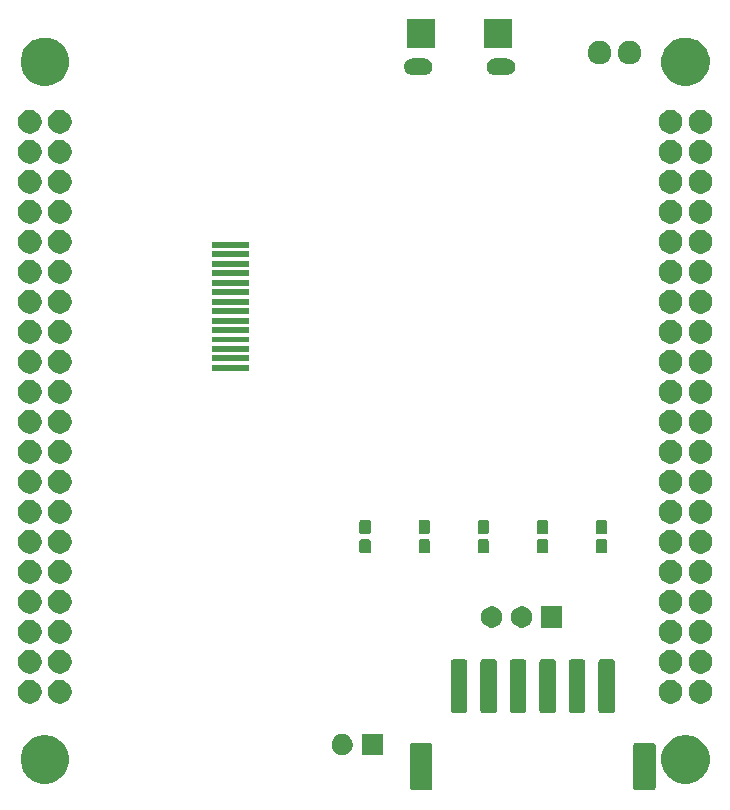
<source format=gbr>
G04 #@! TF.GenerationSoftware,KiCad,Pcbnew,5.1.5-52549c5~86~ubuntu18.04.1*
G04 #@! TF.CreationDate,2020-04-28T10:32:59-07:00*
G04 #@! TF.ProjectId,SHIELD_MIMAS_TFT_BT_POWERSUPPLY,53484945-4c44-45f4-9d49-4d41535f5446,rev?*
G04 #@! TF.SameCoordinates,Original*
G04 #@! TF.FileFunction,Soldermask,Top*
G04 #@! TF.FilePolarity,Negative*
%FSLAX46Y46*%
G04 Gerber Fmt 4.6, Leading zero omitted, Abs format (unit mm)*
G04 Created by KiCad (PCBNEW 5.1.5-52549c5~86~ubuntu18.04.1) date 2020-04-28 10:32:59*
%MOMM*%
%LPD*%
G04 APERTURE LIST*
%ADD10C,0.100000*%
G04 APERTURE END LIST*
D10*
G36*
X174412222Y-128454096D02*
G01*
X174456080Y-128467400D01*
X174496496Y-128489004D01*
X174531923Y-128518077D01*
X174560996Y-128553504D01*
X174582600Y-128593920D01*
X174595904Y-128637778D01*
X174601000Y-128689522D01*
X174601000Y-132210478D01*
X174595904Y-132262222D01*
X174582600Y-132306080D01*
X174560996Y-132346496D01*
X174531923Y-132381923D01*
X174496496Y-132410996D01*
X174456080Y-132432600D01*
X174412222Y-132445904D01*
X174360478Y-132451000D01*
X172939522Y-132451000D01*
X172887778Y-132445904D01*
X172843920Y-132432600D01*
X172803504Y-132410996D01*
X172768077Y-132381923D01*
X172739004Y-132346496D01*
X172717400Y-132306080D01*
X172704096Y-132262222D01*
X172699000Y-132210478D01*
X172699000Y-128689522D01*
X172704096Y-128637778D01*
X172717400Y-128593920D01*
X172739004Y-128553504D01*
X172768077Y-128518077D01*
X172803504Y-128489004D01*
X172843920Y-128467400D01*
X172887778Y-128454096D01*
X172939522Y-128449000D01*
X174360478Y-128449000D01*
X174412222Y-128454096D01*
G37*
G36*
X155512222Y-128454096D02*
G01*
X155556080Y-128467400D01*
X155596496Y-128489004D01*
X155631923Y-128518077D01*
X155660996Y-128553504D01*
X155682600Y-128593920D01*
X155695904Y-128637778D01*
X155701000Y-128689522D01*
X155701000Y-132210478D01*
X155695904Y-132262222D01*
X155682600Y-132306080D01*
X155660996Y-132346496D01*
X155631923Y-132381923D01*
X155596496Y-132410996D01*
X155556080Y-132432600D01*
X155512222Y-132445904D01*
X155460478Y-132451000D01*
X154039522Y-132451000D01*
X153987778Y-132445904D01*
X153943920Y-132432600D01*
X153903504Y-132410996D01*
X153868077Y-132381923D01*
X153839004Y-132346496D01*
X153817400Y-132306080D01*
X153804096Y-132262222D01*
X153799000Y-132210478D01*
X153799000Y-128689522D01*
X153804096Y-128637778D01*
X153817400Y-128593920D01*
X153839004Y-128553504D01*
X153868077Y-128518077D01*
X153903504Y-128489004D01*
X153943920Y-128467400D01*
X153987778Y-128454096D01*
X154039522Y-128449000D01*
X155460478Y-128449000D01*
X155512222Y-128454096D01*
G37*
G36*
X123345944Y-127847520D02*
G01*
X123477963Y-127873780D01*
X123741768Y-127983052D01*
X123844601Y-128025647D01*
X123851039Y-128028314D01*
X124186799Y-128252661D01*
X124472339Y-128538201D01*
X124696686Y-128873961D01*
X124851220Y-129247037D01*
X124930000Y-129643093D01*
X124930000Y-130046907D01*
X124851220Y-130442963D01*
X124696686Y-130816039D01*
X124472339Y-131151799D01*
X124186799Y-131437339D01*
X123851039Y-131661686D01*
X123477963Y-131816220D01*
X123345944Y-131842480D01*
X123081909Y-131895000D01*
X122678091Y-131895000D01*
X122414056Y-131842480D01*
X122282037Y-131816220D01*
X121908961Y-131661686D01*
X121573201Y-131437339D01*
X121287661Y-131151799D01*
X121063314Y-130816039D01*
X120908780Y-130442963D01*
X120830000Y-130046907D01*
X120830000Y-129643093D01*
X120908780Y-129247037D01*
X121063314Y-128873961D01*
X121287661Y-128538201D01*
X121573201Y-128252661D01*
X121908961Y-128028314D01*
X121915400Y-128025647D01*
X122018232Y-127983052D01*
X122282037Y-127873780D01*
X122414056Y-127847520D01*
X122678091Y-127795000D01*
X123081909Y-127795000D01*
X123345944Y-127847520D01*
G37*
G36*
X177585944Y-127847520D02*
G01*
X177717963Y-127873780D01*
X177981768Y-127983052D01*
X178084601Y-128025647D01*
X178091039Y-128028314D01*
X178426799Y-128252661D01*
X178712339Y-128538201D01*
X178936686Y-128873961D01*
X179091220Y-129247037D01*
X179170000Y-129643093D01*
X179170000Y-130046907D01*
X179091220Y-130442963D01*
X178936686Y-130816039D01*
X178712339Y-131151799D01*
X178426799Y-131437339D01*
X178091039Y-131661686D01*
X177717963Y-131816220D01*
X177585944Y-131842480D01*
X177321909Y-131895000D01*
X176918091Y-131895000D01*
X176654056Y-131842480D01*
X176522037Y-131816220D01*
X176148961Y-131661686D01*
X175813201Y-131437339D01*
X175527661Y-131151799D01*
X175303314Y-130816039D01*
X175148780Y-130442963D01*
X175070000Y-130046907D01*
X175070000Y-129643093D01*
X175148780Y-129247037D01*
X175303314Y-128873961D01*
X175527661Y-128538201D01*
X175813201Y-128252661D01*
X176148961Y-128028314D01*
X176155400Y-128025647D01*
X176258232Y-127983052D01*
X176522037Y-127873780D01*
X176654056Y-127847520D01*
X176918091Y-127795000D01*
X177321909Y-127795000D01*
X177585944Y-127847520D01*
G37*
G36*
X151501000Y-129501000D02*
G01*
X149699000Y-129501000D01*
X149699000Y-127699000D01*
X151501000Y-127699000D01*
X151501000Y-129501000D01*
G37*
G36*
X148173512Y-127703927D02*
G01*
X148322812Y-127733624D01*
X148486784Y-127801544D01*
X148634354Y-127900147D01*
X148759853Y-128025646D01*
X148858456Y-128173216D01*
X148926376Y-128337188D01*
X148961000Y-128511259D01*
X148961000Y-128688741D01*
X148926376Y-128862812D01*
X148858456Y-129026784D01*
X148759853Y-129174354D01*
X148634354Y-129299853D01*
X148486784Y-129398456D01*
X148322812Y-129466376D01*
X148173512Y-129496073D01*
X148148742Y-129501000D01*
X147971258Y-129501000D01*
X147946488Y-129496073D01*
X147797188Y-129466376D01*
X147633216Y-129398456D01*
X147485646Y-129299853D01*
X147360147Y-129174354D01*
X147261544Y-129026784D01*
X147193624Y-128862812D01*
X147159000Y-128688741D01*
X147159000Y-128511259D01*
X147193624Y-128337188D01*
X147261544Y-128173216D01*
X147360147Y-128025646D01*
X147485646Y-127900147D01*
X147633216Y-127801544D01*
X147797188Y-127733624D01*
X147946488Y-127703927D01*
X147971258Y-127699000D01*
X148148742Y-127699000D01*
X148173512Y-127703927D01*
G37*
G36*
X158419066Y-121355127D02*
G01*
X158472985Y-121371483D01*
X158522667Y-121398039D01*
X158566219Y-121433781D01*
X158601961Y-121477333D01*
X158628517Y-121527015D01*
X158644873Y-121580934D01*
X158651000Y-121643141D01*
X158651000Y-125656859D01*
X158644873Y-125719066D01*
X158628517Y-125772985D01*
X158601961Y-125822667D01*
X158566219Y-125866219D01*
X158522667Y-125901961D01*
X158472985Y-125928517D01*
X158419066Y-125944873D01*
X158356859Y-125951000D01*
X157543141Y-125951000D01*
X157480934Y-125944873D01*
X157427015Y-125928517D01*
X157377333Y-125901961D01*
X157333781Y-125866219D01*
X157298039Y-125822667D01*
X157271483Y-125772985D01*
X157255127Y-125719066D01*
X157249000Y-125656859D01*
X157249000Y-121643141D01*
X157255127Y-121580934D01*
X157271483Y-121527015D01*
X157298039Y-121477333D01*
X157333781Y-121433781D01*
X157377333Y-121398039D01*
X157427015Y-121371483D01*
X157480934Y-121355127D01*
X157543141Y-121349000D01*
X158356859Y-121349000D01*
X158419066Y-121355127D01*
G37*
G36*
X160919066Y-121355127D02*
G01*
X160972985Y-121371483D01*
X161022667Y-121398039D01*
X161066219Y-121433781D01*
X161101961Y-121477333D01*
X161128517Y-121527015D01*
X161144873Y-121580934D01*
X161151000Y-121643141D01*
X161151000Y-125656859D01*
X161144873Y-125719066D01*
X161128517Y-125772985D01*
X161101961Y-125822667D01*
X161066219Y-125866219D01*
X161022667Y-125901961D01*
X160972985Y-125928517D01*
X160919066Y-125944873D01*
X160856859Y-125951000D01*
X160043141Y-125951000D01*
X159980934Y-125944873D01*
X159927015Y-125928517D01*
X159877333Y-125901961D01*
X159833781Y-125866219D01*
X159798039Y-125822667D01*
X159771483Y-125772985D01*
X159755127Y-125719066D01*
X159749000Y-125656859D01*
X159749000Y-121643141D01*
X159755127Y-121580934D01*
X159771483Y-121527015D01*
X159798039Y-121477333D01*
X159833781Y-121433781D01*
X159877333Y-121398039D01*
X159927015Y-121371483D01*
X159980934Y-121355127D01*
X160043141Y-121349000D01*
X160856859Y-121349000D01*
X160919066Y-121355127D01*
G37*
G36*
X163419066Y-121355127D02*
G01*
X163472985Y-121371483D01*
X163522667Y-121398039D01*
X163566219Y-121433781D01*
X163601961Y-121477333D01*
X163628517Y-121527015D01*
X163644873Y-121580934D01*
X163651000Y-121643141D01*
X163651000Y-125656859D01*
X163644873Y-125719066D01*
X163628517Y-125772985D01*
X163601961Y-125822667D01*
X163566219Y-125866219D01*
X163522667Y-125901961D01*
X163472985Y-125928517D01*
X163419066Y-125944873D01*
X163356859Y-125951000D01*
X162543141Y-125951000D01*
X162480934Y-125944873D01*
X162427015Y-125928517D01*
X162377333Y-125901961D01*
X162333781Y-125866219D01*
X162298039Y-125822667D01*
X162271483Y-125772985D01*
X162255127Y-125719066D01*
X162249000Y-125656859D01*
X162249000Y-121643141D01*
X162255127Y-121580934D01*
X162271483Y-121527015D01*
X162298039Y-121477333D01*
X162333781Y-121433781D01*
X162377333Y-121398039D01*
X162427015Y-121371483D01*
X162480934Y-121355127D01*
X162543141Y-121349000D01*
X163356859Y-121349000D01*
X163419066Y-121355127D01*
G37*
G36*
X165919066Y-121355127D02*
G01*
X165972985Y-121371483D01*
X166022667Y-121398039D01*
X166066219Y-121433781D01*
X166101961Y-121477333D01*
X166128517Y-121527015D01*
X166144873Y-121580934D01*
X166151000Y-121643141D01*
X166151000Y-125656859D01*
X166144873Y-125719066D01*
X166128517Y-125772985D01*
X166101961Y-125822667D01*
X166066219Y-125866219D01*
X166022667Y-125901961D01*
X165972985Y-125928517D01*
X165919066Y-125944873D01*
X165856859Y-125951000D01*
X165043141Y-125951000D01*
X164980934Y-125944873D01*
X164927015Y-125928517D01*
X164877333Y-125901961D01*
X164833781Y-125866219D01*
X164798039Y-125822667D01*
X164771483Y-125772985D01*
X164755127Y-125719066D01*
X164749000Y-125656859D01*
X164749000Y-121643141D01*
X164755127Y-121580934D01*
X164771483Y-121527015D01*
X164798039Y-121477333D01*
X164833781Y-121433781D01*
X164877333Y-121398039D01*
X164927015Y-121371483D01*
X164980934Y-121355127D01*
X165043141Y-121349000D01*
X165856859Y-121349000D01*
X165919066Y-121355127D01*
G37*
G36*
X168419066Y-121355127D02*
G01*
X168472985Y-121371483D01*
X168522667Y-121398039D01*
X168566219Y-121433781D01*
X168601961Y-121477333D01*
X168628517Y-121527015D01*
X168644873Y-121580934D01*
X168651000Y-121643141D01*
X168651000Y-125656859D01*
X168644873Y-125719066D01*
X168628517Y-125772985D01*
X168601961Y-125822667D01*
X168566219Y-125866219D01*
X168522667Y-125901961D01*
X168472985Y-125928517D01*
X168419066Y-125944873D01*
X168356859Y-125951000D01*
X167543141Y-125951000D01*
X167480934Y-125944873D01*
X167427015Y-125928517D01*
X167377333Y-125901961D01*
X167333781Y-125866219D01*
X167298039Y-125822667D01*
X167271483Y-125772985D01*
X167255127Y-125719066D01*
X167249000Y-125656859D01*
X167249000Y-121643141D01*
X167255127Y-121580934D01*
X167271483Y-121527015D01*
X167298039Y-121477333D01*
X167333781Y-121433781D01*
X167377333Y-121398039D01*
X167427015Y-121371483D01*
X167480934Y-121355127D01*
X167543141Y-121349000D01*
X168356859Y-121349000D01*
X168419066Y-121355127D01*
G37*
G36*
X170919066Y-121355127D02*
G01*
X170972985Y-121371483D01*
X171022667Y-121398039D01*
X171066219Y-121433781D01*
X171101961Y-121477333D01*
X171128517Y-121527015D01*
X171144873Y-121580934D01*
X171151000Y-121643141D01*
X171151000Y-125656859D01*
X171144873Y-125719066D01*
X171128517Y-125772985D01*
X171101961Y-125822667D01*
X171066219Y-125866219D01*
X171022667Y-125901961D01*
X170972985Y-125928517D01*
X170919066Y-125944873D01*
X170856859Y-125951000D01*
X170043141Y-125951000D01*
X169980934Y-125944873D01*
X169927015Y-125928517D01*
X169877333Y-125901961D01*
X169833781Y-125866219D01*
X169798039Y-125822667D01*
X169771483Y-125772985D01*
X169755127Y-125719066D01*
X169749000Y-125656859D01*
X169749000Y-121643141D01*
X169755127Y-121580934D01*
X169771483Y-121527015D01*
X169798039Y-121477333D01*
X169833781Y-121433781D01*
X169877333Y-121398039D01*
X169927015Y-121371483D01*
X169980934Y-121355127D01*
X170043141Y-121349000D01*
X170856859Y-121349000D01*
X170919066Y-121355127D01*
G37*
G36*
X178617290Y-123155619D02*
G01*
X178681689Y-123168429D01*
X178863678Y-123243811D01*
X179027463Y-123353249D01*
X179166751Y-123492537D01*
X179276189Y-123656322D01*
X179351571Y-123838311D01*
X179390000Y-124031509D01*
X179390000Y-124228491D01*
X179351571Y-124421689D01*
X179276189Y-124603678D01*
X179166751Y-124767463D01*
X179027463Y-124906751D01*
X178863678Y-125016189D01*
X178681689Y-125091571D01*
X178617290Y-125104381D01*
X178488493Y-125130000D01*
X178291507Y-125130000D01*
X178162710Y-125104381D01*
X178098311Y-125091571D01*
X177916322Y-125016189D01*
X177752537Y-124906751D01*
X177613249Y-124767463D01*
X177503811Y-124603678D01*
X177428429Y-124421689D01*
X177390000Y-124228491D01*
X177390000Y-124031509D01*
X177428429Y-123838311D01*
X177503811Y-123656322D01*
X177613249Y-123492537D01*
X177752537Y-123353249D01*
X177916322Y-123243811D01*
X178098311Y-123168429D01*
X178162710Y-123155619D01*
X178291507Y-123130000D01*
X178488493Y-123130000D01*
X178617290Y-123155619D01*
G37*
G36*
X121837290Y-123155619D02*
G01*
X121901689Y-123168429D01*
X122083678Y-123243811D01*
X122247463Y-123353249D01*
X122386751Y-123492537D01*
X122496189Y-123656322D01*
X122571571Y-123838311D01*
X122610000Y-124031509D01*
X122610000Y-124228491D01*
X122571571Y-124421689D01*
X122496189Y-124603678D01*
X122386751Y-124767463D01*
X122247463Y-124906751D01*
X122083678Y-125016189D01*
X121901689Y-125091571D01*
X121837290Y-125104381D01*
X121708493Y-125130000D01*
X121511507Y-125130000D01*
X121382710Y-125104381D01*
X121318311Y-125091571D01*
X121136322Y-125016189D01*
X120972537Y-124906751D01*
X120833249Y-124767463D01*
X120723811Y-124603678D01*
X120648429Y-124421689D01*
X120610000Y-124228491D01*
X120610000Y-124031509D01*
X120648429Y-123838311D01*
X120723811Y-123656322D01*
X120833249Y-123492537D01*
X120972537Y-123353249D01*
X121136322Y-123243811D01*
X121318311Y-123168429D01*
X121382710Y-123155619D01*
X121511507Y-123130000D01*
X121708493Y-123130000D01*
X121837290Y-123155619D01*
G37*
G36*
X124377290Y-123155619D02*
G01*
X124441689Y-123168429D01*
X124623678Y-123243811D01*
X124787463Y-123353249D01*
X124926751Y-123492537D01*
X125036189Y-123656322D01*
X125111571Y-123838311D01*
X125150000Y-124031509D01*
X125150000Y-124228491D01*
X125111571Y-124421689D01*
X125036189Y-124603678D01*
X124926751Y-124767463D01*
X124787463Y-124906751D01*
X124623678Y-125016189D01*
X124441689Y-125091571D01*
X124377290Y-125104381D01*
X124248493Y-125130000D01*
X124051507Y-125130000D01*
X123922710Y-125104381D01*
X123858311Y-125091571D01*
X123676322Y-125016189D01*
X123512537Y-124906751D01*
X123373249Y-124767463D01*
X123263811Y-124603678D01*
X123188429Y-124421689D01*
X123150000Y-124228491D01*
X123150000Y-124031509D01*
X123188429Y-123838311D01*
X123263811Y-123656322D01*
X123373249Y-123492537D01*
X123512537Y-123353249D01*
X123676322Y-123243811D01*
X123858311Y-123168429D01*
X123922710Y-123155619D01*
X124051507Y-123130000D01*
X124248493Y-123130000D01*
X124377290Y-123155619D01*
G37*
G36*
X176077290Y-123155619D02*
G01*
X176141689Y-123168429D01*
X176323678Y-123243811D01*
X176487463Y-123353249D01*
X176626751Y-123492537D01*
X176736189Y-123656322D01*
X176811571Y-123838311D01*
X176850000Y-124031509D01*
X176850000Y-124228491D01*
X176811571Y-124421689D01*
X176736189Y-124603678D01*
X176626751Y-124767463D01*
X176487463Y-124906751D01*
X176323678Y-125016189D01*
X176141689Y-125091571D01*
X176077290Y-125104381D01*
X175948493Y-125130000D01*
X175751507Y-125130000D01*
X175622710Y-125104381D01*
X175558311Y-125091571D01*
X175376322Y-125016189D01*
X175212537Y-124906751D01*
X175073249Y-124767463D01*
X174963811Y-124603678D01*
X174888429Y-124421689D01*
X174850000Y-124228491D01*
X174850000Y-124031509D01*
X174888429Y-123838311D01*
X174963811Y-123656322D01*
X175073249Y-123492537D01*
X175212537Y-123353249D01*
X175376322Y-123243811D01*
X175558311Y-123168429D01*
X175622710Y-123155619D01*
X175751507Y-123130000D01*
X175948493Y-123130000D01*
X176077290Y-123155619D01*
G37*
G36*
X121837290Y-120615619D02*
G01*
X121901689Y-120628429D01*
X122083678Y-120703811D01*
X122247463Y-120813249D01*
X122386751Y-120952537D01*
X122496189Y-121116322D01*
X122571571Y-121298311D01*
X122571571Y-121298312D01*
X122610000Y-121491507D01*
X122610000Y-121688493D01*
X122584381Y-121817290D01*
X122571571Y-121881689D01*
X122496189Y-122063678D01*
X122386751Y-122227463D01*
X122247463Y-122366751D01*
X122083678Y-122476189D01*
X121901689Y-122551571D01*
X121837290Y-122564381D01*
X121708493Y-122590000D01*
X121511507Y-122590000D01*
X121382710Y-122564381D01*
X121318311Y-122551571D01*
X121136322Y-122476189D01*
X120972537Y-122366751D01*
X120833249Y-122227463D01*
X120723811Y-122063678D01*
X120648429Y-121881689D01*
X120635619Y-121817290D01*
X120610000Y-121688493D01*
X120610000Y-121491507D01*
X120648429Y-121298312D01*
X120648429Y-121298311D01*
X120723811Y-121116322D01*
X120833249Y-120952537D01*
X120972537Y-120813249D01*
X121136322Y-120703811D01*
X121318311Y-120628429D01*
X121382710Y-120615619D01*
X121511507Y-120590000D01*
X121708493Y-120590000D01*
X121837290Y-120615619D01*
G37*
G36*
X124377290Y-120615619D02*
G01*
X124441689Y-120628429D01*
X124623678Y-120703811D01*
X124787463Y-120813249D01*
X124926751Y-120952537D01*
X125036189Y-121116322D01*
X125111571Y-121298311D01*
X125111571Y-121298312D01*
X125150000Y-121491507D01*
X125150000Y-121688493D01*
X125124381Y-121817290D01*
X125111571Y-121881689D01*
X125036189Y-122063678D01*
X124926751Y-122227463D01*
X124787463Y-122366751D01*
X124623678Y-122476189D01*
X124441689Y-122551571D01*
X124377290Y-122564381D01*
X124248493Y-122590000D01*
X124051507Y-122590000D01*
X123922710Y-122564381D01*
X123858311Y-122551571D01*
X123676322Y-122476189D01*
X123512537Y-122366751D01*
X123373249Y-122227463D01*
X123263811Y-122063678D01*
X123188429Y-121881689D01*
X123175619Y-121817290D01*
X123150000Y-121688493D01*
X123150000Y-121491507D01*
X123188429Y-121298312D01*
X123188429Y-121298311D01*
X123263811Y-121116322D01*
X123373249Y-120952537D01*
X123512537Y-120813249D01*
X123676322Y-120703811D01*
X123858311Y-120628429D01*
X123922710Y-120615619D01*
X124051507Y-120590000D01*
X124248493Y-120590000D01*
X124377290Y-120615619D01*
G37*
G36*
X176077290Y-120615619D02*
G01*
X176141689Y-120628429D01*
X176323678Y-120703811D01*
X176487463Y-120813249D01*
X176626751Y-120952537D01*
X176736189Y-121116322D01*
X176811571Y-121298311D01*
X176811571Y-121298312D01*
X176850000Y-121491507D01*
X176850000Y-121688493D01*
X176824381Y-121817290D01*
X176811571Y-121881689D01*
X176736189Y-122063678D01*
X176626751Y-122227463D01*
X176487463Y-122366751D01*
X176323678Y-122476189D01*
X176141689Y-122551571D01*
X176077290Y-122564381D01*
X175948493Y-122590000D01*
X175751507Y-122590000D01*
X175622710Y-122564381D01*
X175558311Y-122551571D01*
X175376322Y-122476189D01*
X175212537Y-122366751D01*
X175073249Y-122227463D01*
X174963811Y-122063678D01*
X174888429Y-121881689D01*
X174875619Y-121817290D01*
X174850000Y-121688493D01*
X174850000Y-121491507D01*
X174888429Y-121298312D01*
X174888429Y-121298311D01*
X174963811Y-121116322D01*
X175073249Y-120952537D01*
X175212537Y-120813249D01*
X175376322Y-120703811D01*
X175558311Y-120628429D01*
X175622710Y-120615619D01*
X175751507Y-120590000D01*
X175948493Y-120590000D01*
X176077290Y-120615619D01*
G37*
G36*
X178617290Y-120615619D02*
G01*
X178681689Y-120628429D01*
X178863678Y-120703811D01*
X179027463Y-120813249D01*
X179166751Y-120952537D01*
X179276189Y-121116322D01*
X179351571Y-121298311D01*
X179351571Y-121298312D01*
X179390000Y-121491507D01*
X179390000Y-121688493D01*
X179364381Y-121817290D01*
X179351571Y-121881689D01*
X179276189Y-122063678D01*
X179166751Y-122227463D01*
X179027463Y-122366751D01*
X178863678Y-122476189D01*
X178681689Y-122551571D01*
X178617290Y-122564381D01*
X178488493Y-122590000D01*
X178291507Y-122590000D01*
X178162710Y-122564381D01*
X178098311Y-122551571D01*
X177916322Y-122476189D01*
X177752537Y-122366751D01*
X177613249Y-122227463D01*
X177503811Y-122063678D01*
X177428429Y-121881689D01*
X177415619Y-121817290D01*
X177390000Y-121688493D01*
X177390000Y-121491507D01*
X177428429Y-121298312D01*
X177428429Y-121298311D01*
X177503811Y-121116322D01*
X177613249Y-120952537D01*
X177752537Y-120813249D01*
X177916322Y-120703811D01*
X178098311Y-120628429D01*
X178162710Y-120615619D01*
X178291507Y-120590000D01*
X178488493Y-120590000D01*
X178617290Y-120615619D01*
G37*
G36*
X121837290Y-118075619D02*
G01*
X121901689Y-118088429D01*
X122083678Y-118163811D01*
X122247463Y-118273249D01*
X122386751Y-118412537D01*
X122496189Y-118576322D01*
X122571571Y-118758311D01*
X122610000Y-118951509D01*
X122610000Y-119148491D01*
X122571571Y-119341689D01*
X122496189Y-119523678D01*
X122386751Y-119687463D01*
X122247463Y-119826751D01*
X122083678Y-119936189D01*
X121901689Y-120011571D01*
X121837290Y-120024381D01*
X121708493Y-120050000D01*
X121511507Y-120050000D01*
X121382710Y-120024381D01*
X121318311Y-120011571D01*
X121136322Y-119936189D01*
X120972537Y-119826751D01*
X120833249Y-119687463D01*
X120723811Y-119523678D01*
X120648429Y-119341689D01*
X120610000Y-119148491D01*
X120610000Y-118951509D01*
X120648429Y-118758311D01*
X120723811Y-118576322D01*
X120833249Y-118412537D01*
X120972537Y-118273249D01*
X121136322Y-118163811D01*
X121318311Y-118088429D01*
X121382710Y-118075619D01*
X121511507Y-118050000D01*
X121708493Y-118050000D01*
X121837290Y-118075619D01*
G37*
G36*
X124377290Y-118075619D02*
G01*
X124441689Y-118088429D01*
X124623678Y-118163811D01*
X124787463Y-118273249D01*
X124926751Y-118412537D01*
X125036189Y-118576322D01*
X125111571Y-118758311D01*
X125150000Y-118951509D01*
X125150000Y-119148491D01*
X125111571Y-119341689D01*
X125036189Y-119523678D01*
X124926751Y-119687463D01*
X124787463Y-119826751D01*
X124623678Y-119936189D01*
X124441689Y-120011571D01*
X124377290Y-120024381D01*
X124248493Y-120050000D01*
X124051507Y-120050000D01*
X123922710Y-120024381D01*
X123858311Y-120011571D01*
X123676322Y-119936189D01*
X123512537Y-119826751D01*
X123373249Y-119687463D01*
X123263811Y-119523678D01*
X123188429Y-119341689D01*
X123150000Y-119148491D01*
X123150000Y-118951509D01*
X123188429Y-118758311D01*
X123263811Y-118576322D01*
X123373249Y-118412537D01*
X123512537Y-118273249D01*
X123676322Y-118163811D01*
X123858311Y-118088429D01*
X123922710Y-118075619D01*
X124051507Y-118050000D01*
X124248493Y-118050000D01*
X124377290Y-118075619D01*
G37*
G36*
X176077290Y-118075619D02*
G01*
X176141689Y-118088429D01*
X176323678Y-118163811D01*
X176487463Y-118273249D01*
X176626751Y-118412537D01*
X176736189Y-118576322D01*
X176811571Y-118758311D01*
X176850000Y-118951509D01*
X176850000Y-119148491D01*
X176811571Y-119341689D01*
X176736189Y-119523678D01*
X176626751Y-119687463D01*
X176487463Y-119826751D01*
X176323678Y-119936189D01*
X176141689Y-120011571D01*
X176077290Y-120024381D01*
X175948493Y-120050000D01*
X175751507Y-120050000D01*
X175622710Y-120024381D01*
X175558311Y-120011571D01*
X175376322Y-119936189D01*
X175212537Y-119826751D01*
X175073249Y-119687463D01*
X174963811Y-119523678D01*
X174888429Y-119341689D01*
X174850000Y-119148491D01*
X174850000Y-118951509D01*
X174888429Y-118758311D01*
X174963811Y-118576322D01*
X175073249Y-118412537D01*
X175212537Y-118273249D01*
X175376322Y-118163811D01*
X175558311Y-118088429D01*
X175622710Y-118075619D01*
X175751507Y-118050000D01*
X175948493Y-118050000D01*
X176077290Y-118075619D01*
G37*
G36*
X178617290Y-118075619D02*
G01*
X178681689Y-118088429D01*
X178863678Y-118163811D01*
X179027463Y-118273249D01*
X179166751Y-118412537D01*
X179276189Y-118576322D01*
X179351571Y-118758311D01*
X179390000Y-118951509D01*
X179390000Y-119148491D01*
X179351571Y-119341689D01*
X179276189Y-119523678D01*
X179166751Y-119687463D01*
X179027463Y-119826751D01*
X178863678Y-119936189D01*
X178681689Y-120011571D01*
X178617290Y-120024381D01*
X178488493Y-120050000D01*
X178291507Y-120050000D01*
X178162710Y-120024381D01*
X178098311Y-120011571D01*
X177916322Y-119936189D01*
X177752537Y-119826751D01*
X177613249Y-119687463D01*
X177503811Y-119523678D01*
X177428429Y-119341689D01*
X177390000Y-119148491D01*
X177390000Y-118951509D01*
X177428429Y-118758311D01*
X177503811Y-118576322D01*
X177613249Y-118412537D01*
X177752537Y-118273249D01*
X177916322Y-118163811D01*
X178098311Y-118088429D01*
X178162710Y-118075619D01*
X178291507Y-118050000D01*
X178488493Y-118050000D01*
X178617290Y-118075619D01*
G37*
G36*
X166701000Y-118701000D02*
G01*
X164899000Y-118701000D01*
X164899000Y-116899000D01*
X166701000Y-116899000D01*
X166701000Y-118701000D01*
G37*
G36*
X163373512Y-116903927D02*
G01*
X163522812Y-116933624D01*
X163686784Y-117001544D01*
X163834354Y-117100147D01*
X163959853Y-117225646D01*
X164058456Y-117373216D01*
X164126376Y-117537188D01*
X164161000Y-117711259D01*
X164161000Y-117888741D01*
X164126376Y-118062812D01*
X164058456Y-118226784D01*
X163959853Y-118374354D01*
X163834354Y-118499853D01*
X163686784Y-118598456D01*
X163522812Y-118666376D01*
X163373512Y-118696073D01*
X163348742Y-118701000D01*
X163171258Y-118701000D01*
X163146488Y-118696073D01*
X162997188Y-118666376D01*
X162833216Y-118598456D01*
X162685646Y-118499853D01*
X162560147Y-118374354D01*
X162461544Y-118226784D01*
X162393624Y-118062812D01*
X162359000Y-117888741D01*
X162359000Y-117711259D01*
X162393624Y-117537188D01*
X162461544Y-117373216D01*
X162560147Y-117225646D01*
X162685646Y-117100147D01*
X162833216Y-117001544D01*
X162997188Y-116933624D01*
X163146488Y-116903927D01*
X163171258Y-116899000D01*
X163348742Y-116899000D01*
X163373512Y-116903927D01*
G37*
G36*
X160833512Y-116903927D02*
G01*
X160982812Y-116933624D01*
X161146784Y-117001544D01*
X161294354Y-117100147D01*
X161419853Y-117225646D01*
X161518456Y-117373216D01*
X161586376Y-117537188D01*
X161621000Y-117711259D01*
X161621000Y-117888741D01*
X161586376Y-118062812D01*
X161518456Y-118226784D01*
X161419853Y-118374354D01*
X161294354Y-118499853D01*
X161146784Y-118598456D01*
X160982812Y-118666376D01*
X160833512Y-118696073D01*
X160808742Y-118701000D01*
X160631258Y-118701000D01*
X160606488Y-118696073D01*
X160457188Y-118666376D01*
X160293216Y-118598456D01*
X160145646Y-118499853D01*
X160020147Y-118374354D01*
X159921544Y-118226784D01*
X159853624Y-118062812D01*
X159819000Y-117888741D01*
X159819000Y-117711259D01*
X159853624Y-117537188D01*
X159921544Y-117373216D01*
X160020147Y-117225646D01*
X160145646Y-117100147D01*
X160293216Y-117001544D01*
X160457188Y-116933624D01*
X160606488Y-116903927D01*
X160631258Y-116899000D01*
X160808742Y-116899000D01*
X160833512Y-116903927D01*
G37*
G36*
X121837290Y-115535619D02*
G01*
X121901689Y-115548429D01*
X122083678Y-115623811D01*
X122247463Y-115733249D01*
X122386751Y-115872537D01*
X122496189Y-116036322D01*
X122571571Y-116218311D01*
X122610000Y-116411509D01*
X122610000Y-116608491D01*
X122571571Y-116801689D01*
X122496189Y-116983678D01*
X122386751Y-117147463D01*
X122247463Y-117286751D01*
X122083678Y-117396189D01*
X121901689Y-117471571D01*
X121837290Y-117484381D01*
X121708493Y-117510000D01*
X121511507Y-117510000D01*
X121382710Y-117484381D01*
X121318311Y-117471571D01*
X121136322Y-117396189D01*
X120972537Y-117286751D01*
X120833249Y-117147463D01*
X120723811Y-116983678D01*
X120648429Y-116801689D01*
X120610000Y-116608491D01*
X120610000Y-116411509D01*
X120648429Y-116218311D01*
X120723811Y-116036322D01*
X120833249Y-115872537D01*
X120972537Y-115733249D01*
X121136322Y-115623811D01*
X121318311Y-115548429D01*
X121382710Y-115535619D01*
X121511507Y-115510000D01*
X121708493Y-115510000D01*
X121837290Y-115535619D01*
G37*
G36*
X124377290Y-115535619D02*
G01*
X124441689Y-115548429D01*
X124623678Y-115623811D01*
X124787463Y-115733249D01*
X124926751Y-115872537D01*
X125036189Y-116036322D01*
X125111571Y-116218311D01*
X125150000Y-116411509D01*
X125150000Y-116608491D01*
X125111571Y-116801689D01*
X125036189Y-116983678D01*
X124926751Y-117147463D01*
X124787463Y-117286751D01*
X124623678Y-117396189D01*
X124441689Y-117471571D01*
X124377290Y-117484381D01*
X124248493Y-117510000D01*
X124051507Y-117510000D01*
X123922710Y-117484381D01*
X123858311Y-117471571D01*
X123676322Y-117396189D01*
X123512537Y-117286751D01*
X123373249Y-117147463D01*
X123263811Y-116983678D01*
X123188429Y-116801689D01*
X123150000Y-116608491D01*
X123150000Y-116411509D01*
X123188429Y-116218311D01*
X123263811Y-116036322D01*
X123373249Y-115872537D01*
X123512537Y-115733249D01*
X123676322Y-115623811D01*
X123858311Y-115548429D01*
X123922710Y-115535619D01*
X124051507Y-115510000D01*
X124248493Y-115510000D01*
X124377290Y-115535619D01*
G37*
G36*
X176077290Y-115535619D02*
G01*
X176141689Y-115548429D01*
X176323678Y-115623811D01*
X176487463Y-115733249D01*
X176626751Y-115872537D01*
X176736189Y-116036322D01*
X176811571Y-116218311D01*
X176850000Y-116411509D01*
X176850000Y-116608491D01*
X176811571Y-116801689D01*
X176736189Y-116983678D01*
X176626751Y-117147463D01*
X176487463Y-117286751D01*
X176323678Y-117396189D01*
X176141689Y-117471571D01*
X176077290Y-117484381D01*
X175948493Y-117510000D01*
X175751507Y-117510000D01*
X175622710Y-117484381D01*
X175558311Y-117471571D01*
X175376322Y-117396189D01*
X175212537Y-117286751D01*
X175073249Y-117147463D01*
X174963811Y-116983678D01*
X174888429Y-116801689D01*
X174850000Y-116608491D01*
X174850000Y-116411509D01*
X174888429Y-116218311D01*
X174963811Y-116036322D01*
X175073249Y-115872537D01*
X175212537Y-115733249D01*
X175376322Y-115623811D01*
X175558311Y-115548429D01*
X175622710Y-115535619D01*
X175751507Y-115510000D01*
X175948493Y-115510000D01*
X176077290Y-115535619D01*
G37*
G36*
X178617290Y-115535619D02*
G01*
X178681689Y-115548429D01*
X178863678Y-115623811D01*
X179027463Y-115733249D01*
X179166751Y-115872537D01*
X179276189Y-116036322D01*
X179351571Y-116218311D01*
X179390000Y-116411509D01*
X179390000Y-116608491D01*
X179351571Y-116801689D01*
X179276189Y-116983678D01*
X179166751Y-117147463D01*
X179027463Y-117286751D01*
X178863678Y-117396189D01*
X178681689Y-117471571D01*
X178617290Y-117484381D01*
X178488493Y-117510000D01*
X178291507Y-117510000D01*
X178162710Y-117484381D01*
X178098311Y-117471571D01*
X177916322Y-117396189D01*
X177752537Y-117286751D01*
X177613249Y-117147463D01*
X177503811Y-116983678D01*
X177428429Y-116801689D01*
X177390000Y-116608491D01*
X177390000Y-116411509D01*
X177428429Y-116218311D01*
X177503811Y-116036322D01*
X177613249Y-115872537D01*
X177752537Y-115733249D01*
X177916322Y-115623811D01*
X178098311Y-115548429D01*
X178162710Y-115535619D01*
X178291507Y-115510000D01*
X178488493Y-115510000D01*
X178617290Y-115535619D01*
G37*
G36*
X178617290Y-112995619D02*
G01*
X178681689Y-113008429D01*
X178863678Y-113083811D01*
X179027463Y-113193249D01*
X179166751Y-113332537D01*
X179276189Y-113496322D01*
X179351571Y-113678311D01*
X179390000Y-113871509D01*
X179390000Y-114068491D01*
X179351571Y-114261689D01*
X179276189Y-114443678D01*
X179166751Y-114607463D01*
X179027463Y-114746751D01*
X178863678Y-114856189D01*
X178681689Y-114931571D01*
X178617290Y-114944381D01*
X178488493Y-114970000D01*
X178291507Y-114970000D01*
X178162710Y-114944381D01*
X178098311Y-114931571D01*
X177916322Y-114856189D01*
X177752537Y-114746751D01*
X177613249Y-114607463D01*
X177503811Y-114443678D01*
X177428429Y-114261689D01*
X177390000Y-114068491D01*
X177390000Y-113871509D01*
X177428429Y-113678311D01*
X177503811Y-113496322D01*
X177613249Y-113332537D01*
X177752537Y-113193249D01*
X177916322Y-113083811D01*
X178098311Y-113008429D01*
X178162710Y-112995619D01*
X178291507Y-112970000D01*
X178488493Y-112970000D01*
X178617290Y-112995619D01*
G37*
G36*
X124377290Y-112995619D02*
G01*
X124441689Y-113008429D01*
X124623678Y-113083811D01*
X124787463Y-113193249D01*
X124926751Y-113332537D01*
X125036189Y-113496322D01*
X125111571Y-113678311D01*
X125150000Y-113871509D01*
X125150000Y-114068491D01*
X125111571Y-114261689D01*
X125036189Y-114443678D01*
X124926751Y-114607463D01*
X124787463Y-114746751D01*
X124623678Y-114856189D01*
X124441689Y-114931571D01*
X124377290Y-114944381D01*
X124248493Y-114970000D01*
X124051507Y-114970000D01*
X123922710Y-114944381D01*
X123858311Y-114931571D01*
X123676322Y-114856189D01*
X123512537Y-114746751D01*
X123373249Y-114607463D01*
X123263811Y-114443678D01*
X123188429Y-114261689D01*
X123150000Y-114068491D01*
X123150000Y-113871509D01*
X123188429Y-113678311D01*
X123263811Y-113496322D01*
X123373249Y-113332537D01*
X123512537Y-113193249D01*
X123676322Y-113083811D01*
X123858311Y-113008429D01*
X123922710Y-112995619D01*
X124051507Y-112970000D01*
X124248493Y-112970000D01*
X124377290Y-112995619D01*
G37*
G36*
X176077290Y-112995619D02*
G01*
X176141689Y-113008429D01*
X176323678Y-113083811D01*
X176487463Y-113193249D01*
X176626751Y-113332537D01*
X176736189Y-113496322D01*
X176811571Y-113678311D01*
X176850000Y-113871509D01*
X176850000Y-114068491D01*
X176811571Y-114261689D01*
X176736189Y-114443678D01*
X176626751Y-114607463D01*
X176487463Y-114746751D01*
X176323678Y-114856189D01*
X176141689Y-114931571D01*
X176077290Y-114944381D01*
X175948493Y-114970000D01*
X175751507Y-114970000D01*
X175622710Y-114944381D01*
X175558311Y-114931571D01*
X175376322Y-114856189D01*
X175212537Y-114746751D01*
X175073249Y-114607463D01*
X174963811Y-114443678D01*
X174888429Y-114261689D01*
X174850000Y-114068491D01*
X174850000Y-113871509D01*
X174888429Y-113678311D01*
X174963811Y-113496322D01*
X175073249Y-113332537D01*
X175212537Y-113193249D01*
X175376322Y-113083811D01*
X175558311Y-113008429D01*
X175622710Y-112995619D01*
X175751507Y-112970000D01*
X175948493Y-112970000D01*
X176077290Y-112995619D01*
G37*
G36*
X121837290Y-112995619D02*
G01*
X121901689Y-113008429D01*
X122083678Y-113083811D01*
X122247463Y-113193249D01*
X122386751Y-113332537D01*
X122496189Y-113496322D01*
X122571571Y-113678311D01*
X122610000Y-113871509D01*
X122610000Y-114068491D01*
X122571571Y-114261689D01*
X122496189Y-114443678D01*
X122386751Y-114607463D01*
X122247463Y-114746751D01*
X122083678Y-114856189D01*
X121901689Y-114931571D01*
X121837290Y-114944381D01*
X121708493Y-114970000D01*
X121511507Y-114970000D01*
X121382710Y-114944381D01*
X121318311Y-114931571D01*
X121136322Y-114856189D01*
X120972537Y-114746751D01*
X120833249Y-114607463D01*
X120723811Y-114443678D01*
X120648429Y-114261689D01*
X120610000Y-114068491D01*
X120610000Y-113871509D01*
X120648429Y-113678311D01*
X120723811Y-113496322D01*
X120833249Y-113332537D01*
X120972537Y-113193249D01*
X121136322Y-113083811D01*
X121318311Y-113008429D01*
X121382710Y-112995619D01*
X121511507Y-112970000D01*
X121708493Y-112970000D01*
X121837290Y-112995619D01*
G37*
G36*
X121837290Y-110455619D02*
G01*
X121901689Y-110468429D01*
X122083678Y-110543811D01*
X122247463Y-110653249D01*
X122386751Y-110792537D01*
X122496189Y-110956322D01*
X122571571Y-111138311D01*
X122610000Y-111331509D01*
X122610000Y-111528491D01*
X122571571Y-111721689D01*
X122496189Y-111903678D01*
X122386751Y-112067463D01*
X122247463Y-112206751D01*
X122083678Y-112316189D01*
X121901689Y-112391571D01*
X121837290Y-112404381D01*
X121708493Y-112430000D01*
X121511507Y-112430000D01*
X121382710Y-112404381D01*
X121318311Y-112391571D01*
X121136322Y-112316189D01*
X120972537Y-112206751D01*
X120833249Y-112067463D01*
X120723811Y-111903678D01*
X120648429Y-111721689D01*
X120610000Y-111528491D01*
X120610000Y-111331509D01*
X120648429Y-111138311D01*
X120723811Y-110956322D01*
X120833249Y-110792537D01*
X120972537Y-110653249D01*
X121136322Y-110543811D01*
X121318311Y-110468429D01*
X121382710Y-110455619D01*
X121511507Y-110430000D01*
X121708493Y-110430000D01*
X121837290Y-110455619D01*
G37*
G36*
X124377290Y-110455619D02*
G01*
X124441689Y-110468429D01*
X124623678Y-110543811D01*
X124787463Y-110653249D01*
X124926751Y-110792537D01*
X125036189Y-110956322D01*
X125111571Y-111138311D01*
X125150000Y-111331509D01*
X125150000Y-111528491D01*
X125111571Y-111721689D01*
X125036189Y-111903678D01*
X124926751Y-112067463D01*
X124787463Y-112206751D01*
X124623678Y-112316189D01*
X124441689Y-112391571D01*
X124377290Y-112404381D01*
X124248493Y-112430000D01*
X124051507Y-112430000D01*
X123922710Y-112404381D01*
X123858311Y-112391571D01*
X123676322Y-112316189D01*
X123512537Y-112206751D01*
X123373249Y-112067463D01*
X123263811Y-111903678D01*
X123188429Y-111721689D01*
X123150000Y-111528491D01*
X123150000Y-111331509D01*
X123188429Y-111138311D01*
X123263811Y-110956322D01*
X123373249Y-110792537D01*
X123512537Y-110653249D01*
X123676322Y-110543811D01*
X123858311Y-110468429D01*
X123922710Y-110455619D01*
X124051507Y-110430000D01*
X124248493Y-110430000D01*
X124377290Y-110455619D01*
G37*
G36*
X176077290Y-110455619D02*
G01*
X176141689Y-110468429D01*
X176323678Y-110543811D01*
X176487463Y-110653249D01*
X176626751Y-110792537D01*
X176736189Y-110956322D01*
X176811571Y-111138311D01*
X176850000Y-111331509D01*
X176850000Y-111528491D01*
X176811571Y-111721689D01*
X176736189Y-111903678D01*
X176626751Y-112067463D01*
X176487463Y-112206751D01*
X176323678Y-112316189D01*
X176141689Y-112391571D01*
X176077290Y-112404381D01*
X175948493Y-112430000D01*
X175751507Y-112430000D01*
X175622710Y-112404381D01*
X175558311Y-112391571D01*
X175376322Y-112316189D01*
X175212537Y-112206751D01*
X175073249Y-112067463D01*
X174963811Y-111903678D01*
X174888429Y-111721689D01*
X174850000Y-111528491D01*
X174850000Y-111331509D01*
X174888429Y-111138311D01*
X174963811Y-110956322D01*
X175073249Y-110792537D01*
X175212537Y-110653249D01*
X175376322Y-110543811D01*
X175558311Y-110468429D01*
X175622710Y-110455619D01*
X175751507Y-110430000D01*
X175948493Y-110430000D01*
X176077290Y-110455619D01*
G37*
G36*
X178617290Y-110455619D02*
G01*
X178681689Y-110468429D01*
X178863678Y-110543811D01*
X179027463Y-110653249D01*
X179166751Y-110792537D01*
X179276189Y-110956322D01*
X179351571Y-111138311D01*
X179390000Y-111331509D01*
X179390000Y-111528491D01*
X179351571Y-111721689D01*
X179276189Y-111903678D01*
X179166751Y-112067463D01*
X179027463Y-112206751D01*
X178863678Y-112316189D01*
X178681689Y-112391571D01*
X178617290Y-112404381D01*
X178488493Y-112430000D01*
X178291507Y-112430000D01*
X178162710Y-112404381D01*
X178098311Y-112391571D01*
X177916322Y-112316189D01*
X177752537Y-112206751D01*
X177613249Y-112067463D01*
X177503811Y-111903678D01*
X177428429Y-111721689D01*
X177390000Y-111528491D01*
X177390000Y-111331509D01*
X177428429Y-111138311D01*
X177503811Y-110956322D01*
X177613249Y-110792537D01*
X177752537Y-110653249D01*
X177916322Y-110543811D01*
X178098311Y-110468429D01*
X178162710Y-110455619D01*
X178291507Y-110430000D01*
X178488493Y-110430000D01*
X178617290Y-110455619D01*
G37*
G36*
X155334618Y-111215465D02*
G01*
X155367433Y-111225419D01*
X155397665Y-111241579D01*
X155424170Y-111263330D01*
X155445921Y-111289835D01*
X155462081Y-111320067D01*
X155472035Y-111352882D01*
X155476000Y-111393140D01*
X155476000Y-112231860D01*
X155472035Y-112272118D01*
X155462081Y-112304933D01*
X155445921Y-112335165D01*
X155424170Y-112361670D01*
X155397665Y-112383421D01*
X155367433Y-112399581D01*
X155334618Y-112409535D01*
X155294360Y-112413500D01*
X154705640Y-112413500D01*
X154665382Y-112409535D01*
X154632567Y-112399581D01*
X154602335Y-112383421D01*
X154575830Y-112361670D01*
X154554079Y-112335165D01*
X154537919Y-112304933D01*
X154527965Y-112272118D01*
X154524000Y-112231860D01*
X154524000Y-111393140D01*
X154527965Y-111352882D01*
X154537919Y-111320067D01*
X154554079Y-111289835D01*
X154575830Y-111263330D01*
X154602335Y-111241579D01*
X154632567Y-111225419D01*
X154665382Y-111215465D01*
X154705640Y-111211500D01*
X155294360Y-111211500D01*
X155334618Y-111215465D01*
G37*
G36*
X170334618Y-111215465D02*
G01*
X170367433Y-111225419D01*
X170397665Y-111241579D01*
X170424170Y-111263330D01*
X170445921Y-111289835D01*
X170462081Y-111320067D01*
X170472035Y-111352882D01*
X170476000Y-111393140D01*
X170476000Y-112231860D01*
X170472035Y-112272118D01*
X170462081Y-112304933D01*
X170445921Y-112335165D01*
X170424170Y-112361670D01*
X170397665Y-112383421D01*
X170367433Y-112399581D01*
X170334618Y-112409535D01*
X170294360Y-112413500D01*
X169705640Y-112413500D01*
X169665382Y-112409535D01*
X169632567Y-112399581D01*
X169602335Y-112383421D01*
X169575830Y-112361670D01*
X169554079Y-112335165D01*
X169537919Y-112304933D01*
X169527965Y-112272118D01*
X169524000Y-112231860D01*
X169524000Y-111393140D01*
X169527965Y-111352882D01*
X169537919Y-111320067D01*
X169554079Y-111289835D01*
X169575830Y-111263330D01*
X169602335Y-111241579D01*
X169632567Y-111225419D01*
X169665382Y-111215465D01*
X169705640Y-111211500D01*
X170294360Y-111211500D01*
X170334618Y-111215465D01*
G37*
G36*
X165334618Y-111215465D02*
G01*
X165367433Y-111225419D01*
X165397665Y-111241579D01*
X165424170Y-111263330D01*
X165445921Y-111289835D01*
X165462081Y-111320067D01*
X165472035Y-111352882D01*
X165476000Y-111393140D01*
X165476000Y-112231860D01*
X165472035Y-112272118D01*
X165462081Y-112304933D01*
X165445921Y-112335165D01*
X165424170Y-112361670D01*
X165397665Y-112383421D01*
X165367433Y-112399581D01*
X165334618Y-112409535D01*
X165294360Y-112413500D01*
X164705640Y-112413500D01*
X164665382Y-112409535D01*
X164632567Y-112399581D01*
X164602335Y-112383421D01*
X164575830Y-112361670D01*
X164554079Y-112335165D01*
X164537919Y-112304933D01*
X164527965Y-112272118D01*
X164524000Y-112231860D01*
X164524000Y-111393140D01*
X164527965Y-111352882D01*
X164537919Y-111320067D01*
X164554079Y-111289835D01*
X164575830Y-111263330D01*
X164602335Y-111241579D01*
X164632567Y-111225419D01*
X164665382Y-111215465D01*
X164705640Y-111211500D01*
X165294360Y-111211500D01*
X165334618Y-111215465D01*
G37*
G36*
X160334618Y-111215465D02*
G01*
X160367433Y-111225419D01*
X160397665Y-111241579D01*
X160424170Y-111263330D01*
X160445921Y-111289835D01*
X160462081Y-111320067D01*
X160472035Y-111352882D01*
X160476000Y-111393140D01*
X160476000Y-112231860D01*
X160472035Y-112272118D01*
X160462081Y-112304933D01*
X160445921Y-112335165D01*
X160424170Y-112361670D01*
X160397665Y-112383421D01*
X160367433Y-112399581D01*
X160334618Y-112409535D01*
X160294360Y-112413500D01*
X159705640Y-112413500D01*
X159665382Y-112409535D01*
X159632567Y-112399581D01*
X159602335Y-112383421D01*
X159575830Y-112361670D01*
X159554079Y-112335165D01*
X159537919Y-112304933D01*
X159527965Y-112272118D01*
X159524000Y-112231860D01*
X159524000Y-111393140D01*
X159527965Y-111352882D01*
X159537919Y-111320067D01*
X159554079Y-111289835D01*
X159575830Y-111263330D01*
X159602335Y-111241579D01*
X159632567Y-111225419D01*
X159665382Y-111215465D01*
X159705640Y-111211500D01*
X160294360Y-111211500D01*
X160334618Y-111215465D01*
G37*
G36*
X150334618Y-111215465D02*
G01*
X150367433Y-111225419D01*
X150397665Y-111241579D01*
X150424170Y-111263330D01*
X150445921Y-111289835D01*
X150462081Y-111320067D01*
X150472035Y-111352882D01*
X150476000Y-111393140D01*
X150476000Y-112231860D01*
X150472035Y-112272118D01*
X150462081Y-112304933D01*
X150445921Y-112335165D01*
X150424170Y-112361670D01*
X150397665Y-112383421D01*
X150367433Y-112399581D01*
X150334618Y-112409535D01*
X150294360Y-112413500D01*
X149705640Y-112413500D01*
X149665382Y-112409535D01*
X149632567Y-112399581D01*
X149602335Y-112383421D01*
X149575830Y-112361670D01*
X149554079Y-112335165D01*
X149537919Y-112304933D01*
X149527965Y-112272118D01*
X149524000Y-112231860D01*
X149524000Y-111393140D01*
X149527965Y-111352882D01*
X149537919Y-111320067D01*
X149554079Y-111289835D01*
X149575830Y-111263330D01*
X149602335Y-111241579D01*
X149632567Y-111225419D01*
X149665382Y-111215465D01*
X149705640Y-111211500D01*
X150294360Y-111211500D01*
X150334618Y-111215465D01*
G37*
G36*
X150334618Y-109590465D02*
G01*
X150367433Y-109600419D01*
X150397665Y-109616579D01*
X150424170Y-109638330D01*
X150445921Y-109664835D01*
X150462081Y-109695067D01*
X150472035Y-109727882D01*
X150476000Y-109768140D01*
X150476000Y-110606860D01*
X150472035Y-110647118D01*
X150462081Y-110679933D01*
X150445921Y-110710165D01*
X150424170Y-110736670D01*
X150397665Y-110758421D01*
X150367433Y-110774581D01*
X150334618Y-110784535D01*
X150294360Y-110788500D01*
X149705640Y-110788500D01*
X149665382Y-110784535D01*
X149632567Y-110774581D01*
X149602335Y-110758421D01*
X149575830Y-110736670D01*
X149554079Y-110710165D01*
X149537919Y-110679933D01*
X149527965Y-110647118D01*
X149524000Y-110606860D01*
X149524000Y-109768140D01*
X149527965Y-109727882D01*
X149537919Y-109695067D01*
X149554079Y-109664835D01*
X149575830Y-109638330D01*
X149602335Y-109616579D01*
X149632567Y-109600419D01*
X149665382Y-109590465D01*
X149705640Y-109586500D01*
X150294360Y-109586500D01*
X150334618Y-109590465D01*
G37*
G36*
X155334618Y-109590465D02*
G01*
X155367433Y-109600419D01*
X155397665Y-109616579D01*
X155424170Y-109638330D01*
X155445921Y-109664835D01*
X155462081Y-109695067D01*
X155472035Y-109727882D01*
X155476000Y-109768140D01*
X155476000Y-110606860D01*
X155472035Y-110647118D01*
X155462081Y-110679933D01*
X155445921Y-110710165D01*
X155424170Y-110736670D01*
X155397665Y-110758421D01*
X155367433Y-110774581D01*
X155334618Y-110784535D01*
X155294360Y-110788500D01*
X154705640Y-110788500D01*
X154665382Y-110784535D01*
X154632567Y-110774581D01*
X154602335Y-110758421D01*
X154575830Y-110736670D01*
X154554079Y-110710165D01*
X154537919Y-110679933D01*
X154527965Y-110647118D01*
X154524000Y-110606860D01*
X154524000Y-109768140D01*
X154527965Y-109727882D01*
X154537919Y-109695067D01*
X154554079Y-109664835D01*
X154575830Y-109638330D01*
X154602335Y-109616579D01*
X154632567Y-109600419D01*
X154665382Y-109590465D01*
X154705640Y-109586500D01*
X155294360Y-109586500D01*
X155334618Y-109590465D01*
G37*
G36*
X165334618Y-109590465D02*
G01*
X165367433Y-109600419D01*
X165397665Y-109616579D01*
X165424170Y-109638330D01*
X165445921Y-109664835D01*
X165462081Y-109695067D01*
X165472035Y-109727882D01*
X165476000Y-109768140D01*
X165476000Y-110606860D01*
X165472035Y-110647118D01*
X165462081Y-110679933D01*
X165445921Y-110710165D01*
X165424170Y-110736670D01*
X165397665Y-110758421D01*
X165367433Y-110774581D01*
X165334618Y-110784535D01*
X165294360Y-110788500D01*
X164705640Y-110788500D01*
X164665382Y-110784535D01*
X164632567Y-110774581D01*
X164602335Y-110758421D01*
X164575830Y-110736670D01*
X164554079Y-110710165D01*
X164537919Y-110679933D01*
X164527965Y-110647118D01*
X164524000Y-110606860D01*
X164524000Y-109768140D01*
X164527965Y-109727882D01*
X164537919Y-109695067D01*
X164554079Y-109664835D01*
X164575830Y-109638330D01*
X164602335Y-109616579D01*
X164632567Y-109600419D01*
X164665382Y-109590465D01*
X164705640Y-109586500D01*
X165294360Y-109586500D01*
X165334618Y-109590465D01*
G37*
G36*
X170334618Y-109590465D02*
G01*
X170367433Y-109600419D01*
X170397665Y-109616579D01*
X170424170Y-109638330D01*
X170445921Y-109664835D01*
X170462081Y-109695067D01*
X170472035Y-109727882D01*
X170476000Y-109768140D01*
X170476000Y-110606860D01*
X170472035Y-110647118D01*
X170462081Y-110679933D01*
X170445921Y-110710165D01*
X170424170Y-110736670D01*
X170397665Y-110758421D01*
X170367433Y-110774581D01*
X170334618Y-110784535D01*
X170294360Y-110788500D01*
X169705640Y-110788500D01*
X169665382Y-110784535D01*
X169632567Y-110774581D01*
X169602335Y-110758421D01*
X169575830Y-110736670D01*
X169554079Y-110710165D01*
X169537919Y-110679933D01*
X169527965Y-110647118D01*
X169524000Y-110606860D01*
X169524000Y-109768140D01*
X169527965Y-109727882D01*
X169537919Y-109695067D01*
X169554079Y-109664835D01*
X169575830Y-109638330D01*
X169602335Y-109616579D01*
X169632567Y-109600419D01*
X169665382Y-109590465D01*
X169705640Y-109586500D01*
X170294360Y-109586500D01*
X170334618Y-109590465D01*
G37*
G36*
X160334618Y-109590465D02*
G01*
X160367433Y-109600419D01*
X160397665Y-109616579D01*
X160424170Y-109638330D01*
X160445921Y-109664835D01*
X160462081Y-109695067D01*
X160472035Y-109727882D01*
X160476000Y-109768140D01*
X160476000Y-110606860D01*
X160472035Y-110647118D01*
X160462081Y-110679933D01*
X160445921Y-110710165D01*
X160424170Y-110736670D01*
X160397665Y-110758421D01*
X160367433Y-110774581D01*
X160334618Y-110784535D01*
X160294360Y-110788500D01*
X159705640Y-110788500D01*
X159665382Y-110784535D01*
X159632567Y-110774581D01*
X159602335Y-110758421D01*
X159575830Y-110736670D01*
X159554079Y-110710165D01*
X159537919Y-110679933D01*
X159527965Y-110647118D01*
X159524000Y-110606860D01*
X159524000Y-109768140D01*
X159527965Y-109727882D01*
X159537919Y-109695067D01*
X159554079Y-109664835D01*
X159575830Y-109638330D01*
X159602335Y-109616579D01*
X159632567Y-109600419D01*
X159665382Y-109590465D01*
X159705640Y-109586500D01*
X160294360Y-109586500D01*
X160334618Y-109590465D01*
G37*
G36*
X178617290Y-107915619D02*
G01*
X178681689Y-107928429D01*
X178863678Y-108003811D01*
X179027463Y-108113249D01*
X179166751Y-108252537D01*
X179276189Y-108416322D01*
X179351571Y-108598311D01*
X179390000Y-108791509D01*
X179390000Y-108988491D01*
X179351571Y-109181689D01*
X179276189Y-109363678D01*
X179166751Y-109527463D01*
X179027463Y-109666751D01*
X178863678Y-109776189D01*
X178681689Y-109851571D01*
X178617290Y-109864381D01*
X178488493Y-109890000D01*
X178291507Y-109890000D01*
X178162710Y-109864381D01*
X178098311Y-109851571D01*
X177916322Y-109776189D01*
X177752537Y-109666751D01*
X177613249Y-109527463D01*
X177503811Y-109363678D01*
X177428429Y-109181689D01*
X177390000Y-108988491D01*
X177390000Y-108791509D01*
X177428429Y-108598311D01*
X177503811Y-108416322D01*
X177613249Y-108252537D01*
X177752537Y-108113249D01*
X177916322Y-108003811D01*
X178098311Y-107928429D01*
X178162710Y-107915619D01*
X178291507Y-107890000D01*
X178488493Y-107890000D01*
X178617290Y-107915619D01*
G37*
G36*
X176077290Y-107915619D02*
G01*
X176141689Y-107928429D01*
X176323678Y-108003811D01*
X176487463Y-108113249D01*
X176626751Y-108252537D01*
X176736189Y-108416322D01*
X176811571Y-108598311D01*
X176850000Y-108791509D01*
X176850000Y-108988491D01*
X176811571Y-109181689D01*
X176736189Y-109363678D01*
X176626751Y-109527463D01*
X176487463Y-109666751D01*
X176323678Y-109776189D01*
X176141689Y-109851571D01*
X176077290Y-109864381D01*
X175948493Y-109890000D01*
X175751507Y-109890000D01*
X175622710Y-109864381D01*
X175558311Y-109851571D01*
X175376322Y-109776189D01*
X175212537Y-109666751D01*
X175073249Y-109527463D01*
X174963811Y-109363678D01*
X174888429Y-109181689D01*
X174850000Y-108988491D01*
X174850000Y-108791509D01*
X174888429Y-108598311D01*
X174963811Y-108416322D01*
X175073249Y-108252537D01*
X175212537Y-108113249D01*
X175376322Y-108003811D01*
X175558311Y-107928429D01*
X175622710Y-107915619D01*
X175751507Y-107890000D01*
X175948493Y-107890000D01*
X176077290Y-107915619D01*
G37*
G36*
X121837290Y-107915619D02*
G01*
X121901689Y-107928429D01*
X122083678Y-108003811D01*
X122247463Y-108113249D01*
X122386751Y-108252537D01*
X122496189Y-108416322D01*
X122571571Y-108598311D01*
X122610000Y-108791509D01*
X122610000Y-108988491D01*
X122571571Y-109181689D01*
X122496189Y-109363678D01*
X122386751Y-109527463D01*
X122247463Y-109666751D01*
X122083678Y-109776189D01*
X121901689Y-109851571D01*
X121837290Y-109864381D01*
X121708493Y-109890000D01*
X121511507Y-109890000D01*
X121382710Y-109864381D01*
X121318311Y-109851571D01*
X121136322Y-109776189D01*
X120972537Y-109666751D01*
X120833249Y-109527463D01*
X120723811Y-109363678D01*
X120648429Y-109181689D01*
X120610000Y-108988491D01*
X120610000Y-108791509D01*
X120648429Y-108598311D01*
X120723811Y-108416322D01*
X120833249Y-108252537D01*
X120972537Y-108113249D01*
X121136322Y-108003811D01*
X121318311Y-107928429D01*
X121382710Y-107915619D01*
X121511507Y-107890000D01*
X121708493Y-107890000D01*
X121837290Y-107915619D01*
G37*
G36*
X124377290Y-107915619D02*
G01*
X124441689Y-107928429D01*
X124623678Y-108003811D01*
X124787463Y-108113249D01*
X124926751Y-108252537D01*
X125036189Y-108416322D01*
X125111571Y-108598311D01*
X125150000Y-108791509D01*
X125150000Y-108988491D01*
X125111571Y-109181689D01*
X125036189Y-109363678D01*
X124926751Y-109527463D01*
X124787463Y-109666751D01*
X124623678Y-109776189D01*
X124441689Y-109851571D01*
X124377290Y-109864381D01*
X124248493Y-109890000D01*
X124051507Y-109890000D01*
X123922710Y-109864381D01*
X123858311Y-109851571D01*
X123676322Y-109776189D01*
X123512537Y-109666751D01*
X123373249Y-109527463D01*
X123263811Y-109363678D01*
X123188429Y-109181689D01*
X123150000Y-108988491D01*
X123150000Y-108791509D01*
X123188429Y-108598311D01*
X123263811Y-108416322D01*
X123373249Y-108252537D01*
X123512537Y-108113249D01*
X123676322Y-108003811D01*
X123858311Y-107928429D01*
X123922710Y-107915619D01*
X124051507Y-107890000D01*
X124248493Y-107890000D01*
X124377290Y-107915619D01*
G37*
G36*
X176077290Y-105375619D02*
G01*
X176141689Y-105388429D01*
X176323678Y-105463811D01*
X176487463Y-105573249D01*
X176626751Y-105712537D01*
X176736189Y-105876322D01*
X176811571Y-106058311D01*
X176850000Y-106251509D01*
X176850000Y-106448491D01*
X176811571Y-106641689D01*
X176736189Y-106823678D01*
X176626751Y-106987463D01*
X176487463Y-107126751D01*
X176323678Y-107236189D01*
X176141689Y-107311571D01*
X176077290Y-107324381D01*
X175948493Y-107350000D01*
X175751507Y-107350000D01*
X175622710Y-107324381D01*
X175558311Y-107311571D01*
X175376322Y-107236189D01*
X175212537Y-107126751D01*
X175073249Y-106987463D01*
X174963811Y-106823678D01*
X174888429Y-106641689D01*
X174850000Y-106448491D01*
X174850000Y-106251509D01*
X174888429Y-106058311D01*
X174963811Y-105876322D01*
X175073249Y-105712537D01*
X175212537Y-105573249D01*
X175376322Y-105463811D01*
X175558311Y-105388429D01*
X175622710Y-105375619D01*
X175751507Y-105350000D01*
X175948493Y-105350000D01*
X176077290Y-105375619D01*
G37*
G36*
X121837290Y-105375619D02*
G01*
X121901689Y-105388429D01*
X122083678Y-105463811D01*
X122247463Y-105573249D01*
X122386751Y-105712537D01*
X122496189Y-105876322D01*
X122571571Y-106058311D01*
X122610000Y-106251509D01*
X122610000Y-106448491D01*
X122571571Y-106641689D01*
X122496189Y-106823678D01*
X122386751Y-106987463D01*
X122247463Y-107126751D01*
X122083678Y-107236189D01*
X121901689Y-107311571D01*
X121837290Y-107324381D01*
X121708493Y-107350000D01*
X121511507Y-107350000D01*
X121382710Y-107324381D01*
X121318311Y-107311571D01*
X121136322Y-107236189D01*
X120972537Y-107126751D01*
X120833249Y-106987463D01*
X120723811Y-106823678D01*
X120648429Y-106641689D01*
X120610000Y-106448491D01*
X120610000Y-106251509D01*
X120648429Y-106058311D01*
X120723811Y-105876322D01*
X120833249Y-105712537D01*
X120972537Y-105573249D01*
X121136322Y-105463811D01*
X121318311Y-105388429D01*
X121382710Y-105375619D01*
X121511507Y-105350000D01*
X121708493Y-105350000D01*
X121837290Y-105375619D01*
G37*
G36*
X124377290Y-105375619D02*
G01*
X124441689Y-105388429D01*
X124623678Y-105463811D01*
X124787463Y-105573249D01*
X124926751Y-105712537D01*
X125036189Y-105876322D01*
X125111571Y-106058311D01*
X125150000Y-106251509D01*
X125150000Y-106448491D01*
X125111571Y-106641689D01*
X125036189Y-106823678D01*
X124926751Y-106987463D01*
X124787463Y-107126751D01*
X124623678Y-107236189D01*
X124441689Y-107311571D01*
X124377290Y-107324381D01*
X124248493Y-107350000D01*
X124051507Y-107350000D01*
X123922710Y-107324381D01*
X123858311Y-107311571D01*
X123676322Y-107236189D01*
X123512537Y-107126751D01*
X123373249Y-106987463D01*
X123263811Y-106823678D01*
X123188429Y-106641689D01*
X123150000Y-106448491D01*
X123150000Y-106251509D01*
X123188429Y-106058311D01*
X123263811Y-105876322D01*
X123373249Y-105712537D01*
X123512537Y-105573249D01*
X123676322Y-105463811D01*
X123858311Y-105388429D01*
X123922710Y-105375619D01*
X124051507Y-105350000D01*
X124248493Y-105350000D01*
X124377290Y-105375619D01*
G37*
G36*
X178617290Y-105375619D02*
G01*
X178681689Y-105388429D01*
X178863678Y-105463811D01*
X179027463Y-105573249D01*
X179166751Y-105712537D01*
X179276189Y-105876322D01*
X179351571Y-106058311D01*
X179390000Y-106251509D01*
X179390000Y-106448491D01*
X179351571Y-106641689D01*
X179276189Y-106823678D01*
X179166751Y-106987463D01*
X179027463Y-107126751D01*
X178863678Y-107236189D01*
X178681689Y-107311571D01*
X178617290Y-107324381D01*
X178488493Y-107350000D01*
X178291507Y-107350000D01*
X178162710Y-107324381D01*
X178098311Y-107311571D01*
X177916322Y-107236189D01*
X177752537Y-107126751D01*
X177613249Y-106987463D01*
X177503811Y-106823678D01*
X177428429Y-106641689D01*
X177390000Y-106448491D01*
X177390000Y-106251509D01*
X177428429Y-106058311D01*
X177503811Y-105876322D01*
X177613249Y-105712537D01*
X177752537Y-105573249D01*
X177916322Y-105463811D01*
X178098311Y-105388429D01*
X178162710Y-105375619D01*
X178291507Y-105350000D01*
X178488493Y-105350000D01*
X178617290Y-105375619D01*
G37*
G36*
X124377290Y-102835619D02*
G01*
X124441689Y-102848429D01*
X124623678Y-102923811D01*
X124787463Y-103033249D01*
X124926751Y-103172537D01*
X125036189Y-103336322D01*
X125111571Y-103518311D01*
X125150000Y-103711509D01*
X125150000Y-103908491D01*
X125111571Y-104101689D01*
X125036189Y-104283678D01*
X124926751Y-104447463D01*
X124787463Y-104586751D01*
X124623678Y-104696189D01*
X124441689Y-104771571D01*
X124377290Y-104784381D01*
X124248493Y-104810000D01*
X124051507Y-104810000D01*
X123922710Y-104784381D01*
X123858311Y-104771571D01*
X123676322Y-104696189D01*
X123512537Y-104586751D01*
X123373249Y-104447463D01*
X123263811Y-104283678D01*
X123188429Y-104101689D01*
X123150000Y-103908491D01*
X123150000Y-103711509D01*
X123188429Y-103518311D01*
X123263811Y-103336322D01*
X123373249Y-103172537D01*
X123512537Y-103033249D01*
X123676322Y-102923811D01*
X123858311Y-102848429D01*
X123922710Y-102835619D01*
X124051507Y-102810000D01*
X124248493Y-102810000D01*
X124377290Y-102835619D01*
G37*
G36*
X178617290Y-102835619D02*
G01*
X178681689Y-102848429D01*
X178863678Y-102923811D01*
X179027463Y-103033249D01*
X179166751Y-103172537D01*
X179276189Y-103336322D01*
X179351571Y-103518311D01*
X179390000Y-103711509D01*
X179390000Y-103908491D01*
X179351571Y-104101689D01*
X179276189Y-104283678D01*
X179166751Y-104447463D01*
X179027463Y-104586751D01*
X178863678Y-104696189D01*
X178681689Y-104771571D01*
X178617290Y-104784381D01*
X178488493Y-104810000D01*
X178291507Y-104810000D01*
X178162710Y-104784381D01*
X178098311Y-104771571D01*
X177916322Y-104696189D01*
X177752537Y-104586751D01*
X177613249Y-104447463D01*
X177503811Y-104283678D01*
X177428429Y-104101689D01*
X177390000Y-103908491D01*
X177390000Y-103711509D01*
X177428429Y-103518311D01*
X177503811Y-103336322D01*
X177613249Y-103172537D01*
X177752537Y-103033249D01*
X177916322Y-102923811D01*
X178098311Y-102848429D01*
X178162710Y-102835619D01*
X178291507Y-102810000D01*
X178488493Y-102810000D01*
X178617290Y-102835619D01*
G37*
G36*
X176077290Y-102835619D02*
G01*
X176141689Y-102848429D01*
X176323678Y-102923811D01*
X176487463Y-103033249D01*
X176626751Y-103172537D01*
X176736189Y-103336322D01*
X176811571Y-103518311D01*
X176850000Y-103711509D01*
X176850000Y-103908491D01*
X176811571Y-104101689D01*
X176736189Y-104283678D01*
X176626751Y-104447463D01*
X176487463Y-104586751D01*
X176323678Y-104696189D01*
X176141689Y-104771571D01*
X176077290Y-104784381D01*
X175948493Y-104810000D01*
X175751507Y-104810000D01*
X175622710Y-104784381D01*
X175558311Y-104771571D01*
X175376322Y-104696189D01*
X175212537Y-104586751D01*
X175073249Y-104447463D01*
X174963811Y-104283678D01*
X174888429Y-104101689D01*
X174850000Y-103908491D01*
X174850000Y-103711509D01*
X174888429Y-103518311D01*
X174963811Y-103336322D01*
X175073249Y-103172537D01*
X175212537Y-103033249D01*
X175376322Y-102923811D01*
X175558311Y-102848429D01*
X175622710Y-102835619D01*
X175751507Y-102810000D01*
X175948493Y-102810000D01*
X176077290Y-102835619D01*
G37*
G36*
X121837290Y-102835619D02*
G01*
X121901689Y-102848429D01*
X122083678Y-102923811D01*
X122247463Y-103033249D01*
X122386751Y-103172537D01*
X122496189Y-103336322D01*
X122571571Y-103518311D01*
X122610000Y-103711509D01*
X122610000Y-103908491D01*
X122571571Y-104101689D01*
X122496189Y-104283678D01*
X122386751Y-104447463D01*
X122247463Y-104586751D01*
X122083678Y-104696189D01*
X121901689Y-104771571D01*
X121837290Y-104784381D01*
X121708493Y-104810000D01*
X121511507Y-104810000D01*
X121382710Y-104784381D01*
X121318311Y-104771571D01*
X121136322Y-104696189D01*
X120972537Y-104586751D01*
X120833249Y-104447463D01*
X120723811Y-104283678D01*
X120648429Y-104101689D01*
X120610000Y-103908491D01*
X120610000Y-103711509D01*
X120648429Y-103518311D01*
X120723811Y-103336322D01*
X120833249Y-103172537D01*
X120972537Y-103033249D01*
X121136322Y-102923811D01*
X121318311Y-102848429D01*
X121382710Y-102835619D01*
X121511507Y-102810000D01*
X121708493Y-102810000D01*
X121837290Y-102835619D01*
G37*
G36*
X121837290Y-100295619D02*
G01*
X121901689Y-100308429D01*
X122083678Y-100383811D01*
X122247463Y-100493249D01*
X122386751Y-100632537D01*
X122496189Y-100796322D01*
X122571571Y-100978311D01*
X122610000Y-101171509D01*
X122610000Y-101368491D01*
X122571571Y-101561689D01*
X122496189Y-101743678D01*
X122386751Y-101907463D01*
X122247463Y-102046751D01*
X122083678Y-102156189D01*
X121901689Y-102231571D01*
X121837290Y-102244381D01*
X121708493Y-102270000D01*
X121511507Y-102270000D01*
X121382710Y-102244381D01*
X121318311Y-102231571D01*
X121136322Y-102156189D01*
X120972537Y-102046751D01*
X120833249Y-101907463D01*
X120723811Y-101743678D01*
X120648429Y-101561689D01*
X120610000Y-101368491D01*
X120610000Y-101171509D01*
X120648429Y-100978311D01*
X120723811Y-100796322D01*
X120833249Y-100632537D01*
X120972537Y-100493249D01*
X121136322Y-100383811D01*
X121318311Y-100308429D01*
X121382710Y-100295619D01*
X121511507Y-100270000D01*
X121708493Y-100270000D01*
X121837290Y-100295619D01*
G37*
G36*
X176077290Y-100295619D02*
G01*
X176141689Y-100308429D01*
X176323678Y-100383811D01*
X176487463Y-100493249D01*
X176626751Y-100632537D01*
X176736189Y-100796322D01*
X176811571Y-100978311D01*
X176850000Y-101171509D01*
X176850000Y-101368491D01*
X176811571Y-101561689D01*
X176736189Y-101743678D01*
X176626751Y-101907463D01*
X176487463Y-102046751D01*
X176323678Y-102156189D01*
X176141689Y-102231571D01*
X176077290Y-102244381D01*
X175948493Y-102270000D01*
X175751507Y-102270000D01*
X175622710Y-102244381D01*
X175558311Y-102231571D01*
X175376322Y-102156189D01*
X175212537Y-102046751D01*
X175073249Y-101907463D01*
X174963811Y-101743678D01*
X174888429Y-101561689D01*
X174850000Y-101368491D01*
X174850000Y-101171509D01*
X174888429Y-100978311D01*
X174963811Y-100796322D01*
X175073249Y-100632537D01*
X175212537Y-100493249D01*
X175376322Y-100383811D01*
X175558311Y-100308429D01*
X175622710Y-100295619D01*
X175751507Y-100270000D01*
X175948493Y-100270000D01*
X176077290Y-100295619D01*
G37*
G36*
X124377290Y-100295619D02*
G01*
X124441689Y-100308429D01*
X124623678Y-100383811D01*
X124787463Y-100493249D01*
X124926751Y-100632537D01*
X125036189Y-100796322D01*
X125111571Y-100978311D01*
X125150000Y-101171509D01*
X125150000Y-101368491D01*
X125111571Y-101561689D01*
X125036189Y-101743678D01*
X124926751Y-101907463D01*
X124787463Y-102046751D01*
X124623678Y-102156189D01*
X124441689Y-102231571D01*
X124377290Y-102244381D01*
X124248493Y-102270000D01*
X124051507Y-102270000D01*
X123922710Y-102244381D01*
X123858311Y-102231571D01*
X123676322Y-102156189D01*
X123512537Y-102046751D01*
X123373249Y-101907463D01*
X123263811Y-101743678D01*
X123188429Y-101561689D01*
X123150000Y-101368491D01*
X123150000Y-101171509D01*
X123188429Y-100978311D01*
X123263811Y-100796322D01*
X123373249Y-100632537D01*
X123512537Y-100493249D01*
X123676322Y-100383811D01*
X123858311Y-100308429D01*
X123922710Y-100295619D01*
X124051507Y-100270000D01*
X124248493Y-100270000D01*
X124377290Y-100295619D01*
G37*
G36*
X178617290Y-100295619D02*
G01*
X178681689Y-100308429D01*
X178863678Y-100383811D01*
X179027463Y-100493249D01*
X179166751Y-100632537D01*
X179276189Y-100796322D01*
X179351571Y-100978311D01*
X179390000Y-101171509D01*
X179390000Y-101368491D01*
X179351571Y-101561689D01*
X179276189Y-101743678D01*
X179166751Y-101907463D01*
X179027463Y-102046751D01*
X178863678Y-102156189D01*
X178681689Y-102231571D01*
X178617290Y-102244381D01*
X178488493Y-102270000D01*
X178291507Y-102270000D01*
X178162710Y-102244381D01*
X178098311Y-102231571D01*
X177916322Y-102156189D01*
X177752537Y-102046751D01*
X177613249Y-101907463D01*
X177503811Y-101743678D01*
X177428429Y-101561689D01*
X177390000Y-101368491D01*
X177390000Y-101171509D01*
X177428429Y-100978311D01*
X177503811Y-100796322D01*
X177613249Y-100632537D01*
X177752537Y-100493249D01*
X177916322Y-100383811D01*
X178098311Y-100308429D01*
X178162710Y-100295619D01*
X178291507Y-100270000D01*
X178488493Y-100270000D01*
X178617290Y-100295619D01*
G37*
G36*
X121837290Y-97755619D02*
G01*
X121901689Y-97768429D01*
X122083678Y-97843811D01*
X122247463Y-97953249D01*
X122386751Y-98092537D01*
X122496189Y-98256322D01*
X122571571Y-98438311D01*
X122610000Y-98631509D01*
X122610000Y-98828491D01*
X122571571Y-99021689D01*
X122496189Y-99203678D01*
X122386751Y-99367463D01*
X122247463Y-99506751D01*
X122083678Y-99616189D01*
X121901689Y-99691571D01*
X121837290Y-99704381D01*
X121708493Y-99730000D01*
X121511507Y-99730000D01*
X121382710Y-99704381D01*
X121318311Y-99691571D01*
X121136322Y-99616189D01*
X120972537Y-99506751D01*
X120833249Y-99367463D01*
X120723811Y-99203678D01*
X120648429Y-99021689D01*
X120610000Y-98828491D01*
X120610000Y-98631509D01*
X120648429Y-98438311D01*
X120723811Y-98256322D01*
X120833249Y-98092537D01*
X120972537Y-97953249D01*
X121136322Y-97843811D01*
X121318311Y-97768429D01*
X121382710Y-97755619D01*
X121511507Y-97730000D01*
X121708493Y-97730000D01*
X121837290Y-97755619D01*
G37*
G36*
X176077290Y-97755619D02*
G01*
X176141689Y-97768429D01*
X176323678Y-97843811D01*
X176487463Y-97953249D01*
X176626751Y-98092537D01*
X176736189Y-98256322D01*
X176811571Y-98438311D01*
X176850000Y-98631509D01*
X176850000Y-98828491D01*
X176811571Y-99021689D01*
X176736189Y-99203678D01*
X176626751Y-99367463D01*
X176487463Y-99506751D01*
X176323678Y-99616189D01*
X176141689Y-99691571D01*
X176077290Y-99704381D01*
X175948493Y-99730000D01*
X175751507Y-99730000D01*
X175622710Y-99704381D01*
X175558311Y-99691571D01*
X175376322Y-99616189D01*
X175212537Y-99506751D01*
X175073249Y-99367463D01*
X174963811Y-99203678D01*
X174888429Y-99021689D01*
X174850000Y-98828491D01*
X174850000Y-98631509D01*
X174888429Y-98438311D01*
X174963811Y-98256322D01*
X175073249Y-98092537D01*
X175212537Y-97953249D01*
X175376322Y-97843811D01*
X175558311Y-97768429D01*
X175622710Y-97755619D01*
X175751507Y-97730000D01*
X175948493Y-97730000D01*
X176077290Y-97755619D01*
G37*
G36*
X178617290Y-97755619D02*
G01*
X178681689Y-97768429D01*
X178863678Y-97843811D01*
X179027463Y-97953249D01*
X179166751Y-98092537D01*
X179276189Y-98256322D01*
X179351571Y-98438311D01*
X179390000Y-98631509D01*
X179390000Y-98828491D01*
X179351571Y-99021689D01*
X179276189Y-99203678D01*
X179166751Y-99367463D01*
X179027463Y-99506751D01*
X178863678Y-99616189D01*
X178681689Y-99691571D01*
X178617290Y-99704381D01*
X178488493Y-99730000D01*
X178291507Y-99730000D01*
X178162710Y-99704381D01*
X178098311Y-99691571D01*
X177916322Y-99616189D01*
X177752537Y-99506751D01*
X177613249Y-99367463D01*
X177503811Y-99203678D01*
X177428429Y-99021689D01*
X177390000Y-98828491D01*
X177390000Y-98631509D01*
X177428429Y-98438311D01*
X177503811Y-98256322D01*
X177613249Y-98092537D01*
X177752537Y-97953249D01*
X177916322Y-97843811D01*
X178098311Y-97768429D01*
X178162710Y-97755619D01*
X178291507Y-97730000D01*
X178488493Y-97730000D01*
X178617290Y-97755619D01*
G37*
G36*
X124377290Y-97755619D02*
G01*
X124441689Y-97768429D01*
X124623678Y-97843811D01*
X124787463Y-97953249D01*
X124926751Y-98092537D01*
X125036189Y-98256322D01*
X125111571Y-98438311D01*
X125150000Y-98631509D01*
X125150000Y-98828491D01*
X125111571Y-99021689D01*
X125036189Y-99203678D01*
X124926751Y-99367463D01*
X124787463Y-99506751D01*
X124623678Y-99616189D01*
X124441689Y-99691571D01*
X124377290Y-99704381D01*
X124248493Y-99730000D01*
X124051507Y-99730000D01*
X123922710Y-99704381D01*
X123858311Y-99691571D01*
X123676322Y-99616189D01*
X123512537Y-99506751D01*
X123373249Y-99367463D01*
X123263811Y-99203678D01*
X123188429Y-99021689D01*
X123150000Y-98828491D01*
X123150000Y-98631509D01*
X123188429Y-98438311D01*
X123263811Y-98256322D01*
X123373249Y-98092537D01*
X123512537Y-97953249D01*
X123676322Y-97843811D01*
X123858311Y-97768429D01*
X123922710Y-97755619D01*
X124051507Y-97730000D01*
X124248493Y-97730000D01*
X124377290Y-97755619D01*
G37*
G36*
X124377290Y-95215619D02*
G01*
X124441689Y-95228429D01*
X124623678Y-95303811D01*
X124787463Y-95413249D01*
X124926751Y-95552537D01*
X125036189Y-95716322D01*
X125111571Y-95898311D01*
X125150000Y-96091509D01*
X125150000Y-96288491D01*
X125111571Y-96481689D01*
X125036189Y-96663678D01*
X124926751Y-96827463D01*
X124787463Y-96966751D01*
X124623678Y-97076189D01*
X124441689Y-97151571D01*
X124377290Y-97164381D01*
X124248493Y-97190000D01*
X124051507Y-97190000D01*
X123922710Y-97164381D01*
X123858311Y-97151571D01*
X123676322Y-97076189D01*
X123512537Y-96966751D01*
X123373249Y-96827463D01*
X123263811Y-96663678D01*
X123188429Y-96481689D01*
X123150000Y-96288491D01*
X123150000Y-96091509D01*
X123188429Y-95898311D01*
X123263811Y-95716322D01*
X123373249Y-95552537D01*
X123512537Y-95413249D01*
X123676322Y-95303811D01*
X123858311Y-95228429D01*
X123922710Y-95215619D01*
X124051507Y-95190000D01*
X124248493Y-95190000D01*
X124377290Y-95215619D01*
G37*
G36*
X178617290Y-95215619D02*
G01*
X178681689Y-95228429D01*
X178863678Y-95303811D01*
X179027463Y-95413249D01*
X179166751Y-95552537D01*
X179276189Y-95716322D01*
X179351571Y-95898311D01*
X179390000Y-96091509D01*
X179390000Y-96288491D01*
X179351571Y-96481689D01*
X179276189Y-96663678D01*
X179166751Y-96827463D01*
X179027463Y-96966751D01*
X178863678Y-97076189D01*
X178681689Y-97151571D01*
X178617290Y-97164381D01*
X178488493Y-97190000D01*
X178291507Y-97190000D01*
X178162710Y-97164381D01*
X178098311Y-97151571D01*
X177916322Y-97076189D01*
X177752537Y-96966751D01*
X177613249Y-96827463D01*
X177503811Y-96663678D01*
X177428429Y-96481689D01*
X177390000Y-96288491D01*
X177390000Y-96091509D01*
X177428429Y-95898311D01*
X177503811Y-95716322D01*
X177613249Y-95552537D01*
X177752537Y-95413249D01*
X177916322Y-95303811D01*
X178098311Y-95228429D01*
X178162710Y-95215619D01*
X178291507Y-95190000D01*
X178488493Y-95190000D01*
X178617290Y-95215619D01*
G37*
G36*
X176077290Y-95215619D02*
G01*
X176141689Y-95228429D01*
X176323678Y-95303811D01*
X176487463Y-95413249D01*
X176626751Y-95552537D01*
X176736189Y-95716322D01*
X176811571Y-95898311D01*
X176850000Y-96091509D01*
X176850000Y-96288491D01*
X176811571Y-96481689D01*
X176736189Y-96663678D01*
X176626751Y-96827463D01*
X176487463Y-96966751D01*
X176323678Y-97076189D01*
X176141689Y-97151571D01*
X176077290Y-97164381D01*
X175948493Y-97190000D01*
X175751507Y-97190000D01*
X175622710Y-97164381D01*
X175558311Y-97151571D01*
X175376322Y-97076189D01*
X175212537Y-96966751D01*
X175073249Y-96827463D01*
X174963811Y-96663678D01*
X174888429Y-96481689D01*
X174850000Y-96288491D01*
X174850000Y-96091509D01*
X174888429Y-95898311D01*
X174963811Y-95716322D01*
X175073249Y-95552537D01*
X175212537Y-95413249D01*
X175376322Y-95303811D01*
X175558311Y-95228429D01*
X175622710Y-95215619D01*
X175751507Y-95190000D01*
X175948493Y-95190000D01*
X176077290Y-95215619D01*
G37*
G36*
X121837290Y-95215619D02*
G01*
X121901689Y-95228429D01*
X122083678Y-95303811D01*
X122247463Y-95413249D01*
X122386751Y-95552537D01*
X122496189Y-95716322D01*
X122571571Y-95898311D01*
X122610000Y-96091509D01*
X122610000Y-96288491D01*
X122571571Y-96481689D01*
X122496189Y-96663678D01*
X122386751Y-96827463D01*
X122247463Y-96966751D01*
X122083678Y-97076189D01*
X121901689Y-97151571D01*
X121837290Y-97164381D01*
X121708493Y-97190000D01*
X121511507Y-97190000D01*
X121382710Y-97164381D01*
X121318311Y-97151571D01*
X121136322Y-97076189D01*
X120972537Y-96966751D01*
X120833249Y-96827463D01*
X120723811Y-96663678D01*
X120648429Y-96481689D01*
X120610000Y-96288491D01*
X120610000Y-96091509D01*
X120648429Y-95898311D01*
X120723811Y-95716322D01*
X120833249Y-95552537D01*
X120972537Y-95413249D01*
X121136322Y-95303811D01*
X121318311Y-95228429D01*
X121382710Y-95215619D01*
X121511507Y-95190000D01*
X121708493Y-95190000D01*
X121837290Y-95215619D01*
G37*
G36*
X140151000Y-96951000D02*
G01*
X137049000Y-96951000D01*
X137049000Y-96449000D01*
X140151000Y-96449000D01*
X140151000Y-96951000D01*
G37*
G36*
X140151000Y-96151000D02*
G01*
X137049000Y-96151000D01*
X137049000Y-95649000D01*
X140151000Y-95649000D01*
X140151000Y-96151000D01*
G37*
G36*
X140151000Y-95351000D02*
G01*
X137049000Y-95351000D01*
X137049000Y-94849000D01*
X140151000Y-94849000D01*
X140151000Y-95351000D01*
G37*
G36*
X178617290Y-92675619D02*
G01*
X178681689Y-92688429D01*
X178863678Y-92763811D01*
X179027463Y-92873249D01*
X179166751Y-93012537D01*
X179276189Y-93176322D01*
X179351571Y-93358311D01*
X179390000Y-93551509D01*
X179390000Y-93748491D01*
X179351571Y-93941689D01*
X179276189Y-94123678D01*
X179166751Y-94287463D01*
X179027463Y-94426751D01*
X178863678Y-94536189D01*
X178681689Y-94611571D01*
X178617290Y-94624381D01*
X178488493Y-94650000D01*
X178291507Y-94650000D01*
X178162710Y-94624381D01*
X178098311Y-94611571D01*
X177916322Y-94536189D01*
X177752537Y-94426751D01*
X177613249Y-94287463D01*
X177503811Y-94123678D01*
X177428429Y-93941689D01*
X177390000Y-93748491D01*
X177390000Y-93551509D01*
X177428429Y-93358311D01*
X177503811Y-93176322D01*
X177613249Y-93012537D01*
X177752537Y-92873249D01*
X177916322Y-92763811D01*
X178098311Y-92688429D01*
X178162710Y-92675619D01*
X178291507Y-92650000D01*
X178488493Y-92650000D01*
X178617290Y-92675619D01*
G37*
G36*
X176077290Y-92675619D02*
G01*
X176141689Y-92688429D01*
X176323678Y-92763811D01*
X176487463Y-92873249D01*
X176626751Y-93012537D01*
X176736189Y-93176322D01*
X176811571Y-93358311D01*
X176850000Y-93551509D01*
X176850000Y-93748491D01*
X176811571Y-93941689D01*
X176736189Y-94123678D01*
X176626751Y-94287463D01*
X176487463Y-94426751D01*
X176323678Y-94536189D01*
X176141689Y-94611571D01*
X176077290Y-94624381D01*
X175948493Y-94650000D01*
X175751507Y-94650000D01*
X175622710Y-94624381D01*
X175558311Y-94611571D01*
X175376322Y-94536189D01*
X175212537Y-94426751D01*
X175073249Y-94287463D01*
X174963811Y-94123678D01*
X174888429Y-93941689D01*
X174850000Y-93748491D01*
X174850000Y-93551509D01*
X174888429Y-93358311D01*
X174963811Y-93176322D01*
X175073249Y-93012537D01*
X175212537Y-92873249D01*
X175376322Y-92763811D01*
X175558311Y-92688429D01*
X175622710Y-92675619D01*
X175751507Y-92650000D01*
X175948493Y-92650000D01*
X176077290Y-92675619D01*
G37*
G36*
X124377290Y-92675619D02*
G01*
X124441689Y-92688429D01*
X124623678Y-92763811D01*
X124787463Y-92873249D01*
X124926751Y-93012537D01*
X125036189Y-93176322D01*
X125111571Y-93358311D01*
X125150000Y-93551509D01*
X125150000Y-93748491D01*
X125111571Y-93941689D01*
X125036189Y-94123678D01*
X124926751Y-94287463D01*
X124787463Y-94426751D01*
X124623678Y-94536189D01*
X124441689Y-94611571D01*
X124377290Y-94624381D01*
X124248493Y-94650000D01*
X124051507Y-94650000D01*
X123922710Y-94624381D01*
X123858311Y-94611571D01*
X123676322Y-94536189D01*
X123512537Y-94426751D01*
X123373249Y-94287463D01*
X123263811Y-94123678D01*
X123188429Y-93941689D01*
X123150000Y-93748491D01*
X123150000Y-93551509D01*
X123188429Y-93358311D01*
X123263811Y-93176322D01*
X123373249Y-93012537D01*
X123512537Y-92873249D01*
X123676322Y-92763811D01*
X123858311Y-92688429D01*
X123922710Y-92675619D01*
X124051507Y-92650000D01*
X124248493Y-92650000D01*
X124377290Y-92675619D01*
G37*
G36*
X121837290Y-92675619D02*
G01*
X121901689Y-92688429D01*
X122083678Y-92763811D01*
X122247463Y-92873249D01*
X122386751Y-93012537D01*
X122496189Y-93176322D01*
X122571571Y-93358311D01*
X122610000Y-93551509D01*
X122610000Y-93748491D01*
X122571571Y-93941689D01*
X122496189Y-94123678D01*
X122386751Y-94287463D01*
X122247463Y-94426751D01*
X122083678Y-94536189D01*
X121901689Y-94611571D01*
X121837290Y-94624381D01*
X121708493Y-94650000D01*
X121511507Y-94650000D01*
X121382710Y-94624381D01*
X121318311Y-94611571D01*
X121136322Y-94536189D01*
X120972537Y-94426751D01*
X120833249Y-94287463D01*
X120723811Y-94123678D01*
X120648429Y-93941689D01*
X120610000Y-93748491D01*
X120610000Y-93551509D01*
X120648429Y-93358311D01*
X120723811Y-93176322D01*
X120833249Y-93012537D01*
X120972537Y-92873249D01*
X121136322Y-92763811D01*
X121318311Y-92688429D01*
X121382710Y-92675619D01*
X121511507Y-92650000D01*
X121708493Y-92650000D01*
X121837290Y-92675619D01*
G37*
G36*
X140151000Y-94551000D02*
G01*
X137049000Y-94551000D01*
X137049000Y-94049000D01*
X140151000Y-94049000D01*
X140151000Y-94551000D01*
G37*
G36*
X140151000Y-93751000D02*
G01*
X137049000Y-93751000D01*
X137049000Y-93249000D01*
X140151000Y-93249000D01*
X140151000Y-93751000D01*
G37*
G36*
X140151000Y-92951000D02*
G01*
X137049000Y-92951000D01*
X137049000Y-92449000D01*
X140151000Y-92449000D01*
X140151000Y-92951000D01*
G37*
G36*
X140151000Y-92151000D02*
G01*
X137049000Y-92151000D01*
X137049000Y-91649000D01*
X140151000Y-91649000D01*
X140151000Y-92151000D01*
G37*
G36*
X178617290Y-90135619D02*
G01*
X178681689Y-90148429D01*
X178863678Y-90223811D01*
X179027463Y-90333249D01*
X179166751Y-90472537D01*
X179276189Y-90636322D01*
X179351571Y-90818311D01*
X179390000Y-91011509D01*
X179390000Y-91208491D01*
X179351571Y-91401689D01*
X179276189Y-91583678D01*
X179166751Y-91747463D01*
X179027463Y-91886751D01*
X178863678Y-91996189D01*
X178681689Y-92071571D01*
X178617290Y-92084381D01*
X178488493Y-92110000D01*
X178291507Y-92110000D01*
X178162710Y-92084381D01*
X178098311Y-92071571D01*
X177916322Y-91996189D01*
X177752537Y-91886751D01*
X177613249Y-91747463D01*
X177503811Y-91583678D01*
X177428429Y-91401689D01*
X177390000Y-91208491D01*
X177390000Y-91011509D01*
X177428429Y-90818311D01*
X177503811Y-90636322D01*
X177613249Y-90472537D01*
X177752537Y-90333249D01*
X177916322Y-90223811D01*
X178098311Y-90148429D01*
X178162710Y-90135619D01*
X178291507Y-90110000D01*
X178488493Y-90110000D01*
X178617290Y-90135619D01*
G37*
G36*
X176077290Y-90135619D02*
G01*
X176141689Y-90148429D01*
X176323678Y-90223811D01*
X176487463Y-90333249D01*
X176626751Y-90472537D01*
X176736189Y-90636322D01*
X176811571Y-90818311D01*
X176850000Y-91011509D01*
X176850000Y-91208491D01*
X176811571Y-91401689D01*
X176736189Y-91583678D01*
X176626751Y-91747463D01*
X176487463Y-91886751D01*
X176323678Y-91996189D01*
X176141689Y-92071571D01*
X176077290Y-92084381D01*
X175948493Y-92110000D01*
X175751507Y-92110000D01*
X175622710Y-92084381D01*
X175558311Y-92071571D01*
X175376322Y-91996189D01*
X175212537Y-91886751D01*
X175073249Y-91747463D01*
X174963811Y-91583678D01*
X174888429Y-91401689D01*
X174850000Y-91208491D01*
X174850000Y-91011509D01*
X174888429Y-90818311D01*
X174963811Y-90636322D01*
X175073249Y-90472537D01*
X175212537Y-90333249D01*
X175376322Y-90223811D01*
X175558311Y-90148429D01*
X175622710Y-90135619D01*
X175751507Y-90110000D01*
X175948493Y-90110000D01*
X176077290Y-90135619D01*
G37*
G36*
X124377290Y-90135619D02*
G01*
X124441689Y-90148429D01*
X124623678Y-90223811D01*
X124787463Y-90333249D01*
X124926751Y-90472537D01*
X125036189Y-90636322D01*
X125111571Y-90818311D01*
X125150000Y-91011509D01*
X125150000Y-91208491D01*
X125111571Y-91401689D01*
X125036189Y-91583678D01*
X124926751Y-91747463D01*
X124787463Y-91886751D01*
X124623678Y-91996189D01*
X124441689Y-92071571D01*
X124377290Y-92084381D01*
X124248493Y-92110000D01*
X124051507Y-92110000D01*
X123922710Y-92084381D01*
X123858311Y-92071571D01*
X123676322Y-91996189D01*
X123512537Y-91886751D01*
X123373249Y-91747463D01*
X123263811Y-91583678D01*
X123188429Y-91401689D01*
X123150000Y-91208491D01*
X123150000Y-91011509D01*
X123188429Y-90818311D01*
X123263811Y-90636322D01*
X123373249Y-90472537D01*
X123512537Y-90333249D01*
X123676322Y-90223811D01*
X123858311Y-90148429D01*
X123922710Y-90135619D01*
X124051507Y-90110000D01*
X124248493Y-90110000D01*
X124377290Y-90135619D01*
G37*
G36*
X121837290Y-90135619D02*
G01*
X121901689Y-90148429D01*
X122083678Y-90223811D01*
X122247463Y-90333249D01*
X122386751Y-90472537D01*
X122496189Y-90636322D01*
X122571571Y-90818311D01*
X122610000Y-91011509D01*
X122610000Y-91208491D01*
X122571571Y-91401689D01*
X122496189Y-91583678D01*
X122386751Y-91747463D01*
X122247463Y-91886751D01*
X122083678Y-91996189D01*
X121901689Y-92071571D01*
X121837290Y-92084381D01*
X121708493Y-92110000D01*
X121511507Y-92110000D01*
X121382710Y-92084381D01*
X121318311Y-92071571D01*
X121136322Y-91996189D01*
X120972537Y-91886751D01*
X120833249Y-91747463D01*
X120723811Y-91583678D01*
X120648429Y-91401689D01*
X120610000Y-91208491D01*
X120610000Y-91011509D01*
X120648429Y-90818311D01*
X120723811Y-90636322D01*
X120833249Y-90472537D01*
X120972537Y-90333249D01*
X121136322Y-90223811D01*
X121318311Y-90148429D01*
X121382710Y-90135619D01*
X121511507Y-90110000D01*
X121708493Y-90110000D01*
X121837290Y-90135619D01*
G37*
G36*
X140151000Y-91351000D02*
G01*
X137049000Y-91351000D01*
X137049000Y-90849000D01*
X140151000Y-90849000D01*
X140151000Y-91351000D01*
G37*
G36*
X140151000Y-90551000D02*
G01*
X137049000Y-90551000D01*
X137049000Y-90049000D01*
X140151000Y-90049000D01*
X140151000Y-90551000D01*
G37*
G36*
X140151000Y-89751000D02*
G01*
X137049000Y-89751000D01*
X137049000Y-89249000D01*
X140151000Y-89249000D01*
X140151000Y-89751000D01*
G37*
G36*
X121837290Y-87595619D02*
G01*
X121901689Y-87608429D01*
X122083678Y-87683811D01*
X122247463Y-87793249D01*
X122386751Y-87932537D01*
X122496189Y-88096322D01*
X122571571Y-88278311D01*
X122610000Y-88471509D01*
X122610000Y-88668491D01*
X122571571Y-88861689D01*
X122496189Y-89043678D01*
X122386751Y-89207463D01*
X122247463Y-89346751D01*
X122083678Y-89456189D01*
X121901689Y-89531571D01*
X121837290Y-89544381D01*
X121708493Y-89570000D01*
X121511507Y-89570000D01*
X121382710Y-89544381D01*
X121318311Y-89531571D01*
X121136322Y-89456189D01*
X120972537Y-89346751D01*
X120833249Y-89207463D01*
X120723811Y-89043678D01*
X120648429Y-88861689D01*
X120610000Y-88668491D01*
X120610000Y-88471509D01*
X120648429Y-88278311D01*
X120723811Y-88096322D01*
X120833249Y-87932537D01*
X120972537Y-87793249D01*
X121136322Y-87683811D01*
X121318311Y-87608429D01*
X121382710Y-87595619D01*
X121511507Y-87570000D01*
X121708493Y-87570000D01*
X121837290Y-87595619D01*
G37*
G36*
X124377290Y-87595619D02*
G01*
X124441689Y-87608429D01*
X124623678Y-87683811D01*
X124787463Y-87793249D01*
X124926751Y-87932537D01*
X125036189Y-88096322D01*
X125111571Y-88278311D01*
X125150000Y-88471509D01*
X125150000Y-88668491D01*
X125111571Y-88861689D01*
X125036189Y-89043678D01*
X124926751Y-89207463D01*
X124787463Y-89346751D01*
X124623678Y-89456189D01*
X124441689Y-89531571D01*
X124377290Y-89544381D01*
X124248493Y-89570000D01*
X124051507Y-89570000D01*
X123922710Y-89544381D01*
X123858311Y-89531571D01*
X123676322Y-89456189D01*
X123512537Y-89346751D01*
X123373249Y-89207463D01*
X123263811Y-89043678D01*
X123188429Y-88861689D01*
X123150000Y-88668491D01*
X123150000Y-88471509D01*
X123188429Y-88278311D01*
X123263811Y-88096322D01*
X123373249Y-87932537D01*
X123512537Y-87793249D01*
X123676322Y-87683811D01*
X123858311Y-87608429D01*
X123922710Y-87595619D01*
X124051507Y-87570000D01*
X124248493Y-87570000D01*
X124377290Y-87595619D01*
G37*
G36*
X176077290Y-87595619D02*
G01*
X176141689Y-87608429D01*
X176323678Y-87683811D01*
X176487463Y-87793249D01*
X176626751Y-87932537D01*
X176736189Y-88096322D01*
X176811571Y-88278311D01*
X176850000Y-88471509D01*
X176850000Y-88668491D01*
X176811571Y-88861689D01*
X176736189Y-89043678D01*
X176626751Y-89207463D01*
X176487463Y-89346751D01*
X176323678Y-89456189D01*
X176141689Y-89531571D01*
X176077290Y-89544381D01*
X175948493Y-89570000D01*
X175751507Y-89570000D01*
X175622710Y-89544381D01*
X175558311Y-89531571D01*
X175376322Y-89456189D01*
X175212537Y-89346751D01*
X175073249Y-89207463D01*
X174963811Y-89043678D01*
X174888429Y-88861689D01*
X174850000Y-88668491D01*
X174850000Y-88471509D01*
X174888429Y-88278311D01*
X174963811Y-88096322D01*
X175073249Y-87932537D01*
X175212537Y-87793249D01*
X175376322Y-87683811D01*
X175558311Y-87608429D01*
X175622710Y-87595619D01*
X175751507Y-87570000D01*
X175948493Y-87570000D01*
X176077290Y-87595619D01*
G37*
G36*
X178617290Y-87595619D02*
G01*
X178681689Y-87608429D01*
X178863678Y-87683811D01*
X179027463Y-87793249D01*
X179166751Y-87932537D01*
X179276189Y-88096322D01*
X179351571Y-88278311D01*
X179390000Y-88471509D01*
X179390000Y-88668491D01*
X179351571Y-88861689D01*
X179276189Y-89043678D01*
X179166751Y-89207463D01*
X179027463Y-89346751D01*
X178863678Y-89456189D01*
X178681689Y-89531571D01*
X178617290Y-89544381D01*
X178488493Y-89570000D01*
X178291507Y-89570000D01*
X178162710Y-89544381D01*
X178098311Y-89531571D01*
X177916322Y-89456189D01*
X177752537Y-89346751D01*
X177613249Y-89207463D01*
X177503811Y-89043678D01*
X177428429Y-88861689D01*
X177390000Y-88668491D01*
X177390000Y-88471509D01*
X177428429Y-88278311D01*
X177503811Y-88096322D01*
X177613249Y-87932537D01*
X177752537Y-87793249D01*
X177916322Y-87683811D01*
X178098311Y-87608429D01*
X178162710Y-87595619D01*
X178291507Y-87570000D01*
X178488493Y-87570000D01*
X178617290Y-87595619D01*
G37*
G36*
X140151000Y-88951000D02*
G01*
X137049000Y-88951000D01*
X137049000Y-88449000D01*
X140151000Y-88449000D01*
X140151000Y-88951000D01*
G37*
G36*
X140151000Y-88151000D02*
G01*
X137049000Y-88151000D01*
X137049000Y-87649000D01*
X140151000Y-87649000D01*
X140151000Y-88151000D01*
G37*
G36*
X140151000Y-87351000D02*
G01*
X137049000Y-87351000D01*
X137049000Y-86849000D01*
X140151000Y-86849000D01*
X140151000Y-87351000D01*
G37*
G36*
X178617290Y-85055619D02*
G01*
X178681689Y-85068429D01*
X178863678Y-85143811D01*
X179027463Y-85253249D01*
X179166751Y-85392537D01*
X179276189Y-85556322D01*
X179351571Y-85738311D01*
X179390000Y-85931509D01*
X179390000Y-86128491D01*
X179351571Y-86321689D01*
X179276189Y-86503678D01*
X179166751Y-86667463D01*
X179027463Y-86806751D01*
X178863678Y-86916189D01*
X178681689Y-86991571D01*
X178617290Y-87004381D01*
X178488493Y-87030000D01*
X178291507Y-87030000D01*
X178162710Y-87004381D01*
X178098311Y-86991571D01*
X177916322Y-86916189D01*
X177752537Y-86806751D01*
X177613249Y-86667463D01*
X177503811Y-86503678D01*
X177428429Y-86321689D01*
X177390000Y-86128491D01*
X177390000Y-85931509D01*
X177428429Y-85738311D01*
X177503811Y-85556322D01*
X177613249Y-85392537D01*
X177752537Y-85253249D01*
X177916322Y-85143811D01*
X178098311Y-85068429D01*
X178162710Y-85055619D01*
X178291507Y-85030000D01*
X178488493Y-85030000D01*
X178617290Y-85055619D01*
G37*
G36*
X176077290Y-85055619D02*
G01*
X176141689Y-85068429D01*
X176323678Y-85143811D01*
X176487463Y-85253249D01*
X176626751Y-85392537D01*
X176736189Y-85556322D01*
X176811571Y-85738311D01*
X176850000Y-85931509D01*
X176850000Y-86128491D01*
X176811571Y-86321689D01*
X176736189Y-86503678D01*
X176626751Y-86667463D01*
X176487463Y-86806751D01*
X176323678Y-86916189D01*
X176141689Y-86991571D01*
X176077290Y-87004381D01*
X175948493Y-87030000D01*
X175751507Y-87030000D01*
X175622710Y-87004381D01*
X175558311Y-86991571D01*
X175376322Y-86916189D01*
X175212537Y-86806751D01*
X175073249Y-86667463D01*
X174963811Y-86503678D01*
X174888429Y-86321689D01*
X174850000Y-86128491D01*
X174850000Y-85931509D01*
X174888429Y-85738311D01*
X174963811Y-85556322D01*
X175073249Y-85392537D01*
X175212537Y-85253249D01*
X175376322Y-85143811D01*
X175558311Y-85068429D01*
X175622710Y-85055619D01*
X175751507Y-85030000D01*
X175948493Y-85030000D01*
X176077290Y-85055619D01*
G37*
G36*
X124377290Y-85055619D02*
G01*
X124441689Y-85068429D01*
X124623678Y-85143811D01*
X124787463Y-85253249D01*
X124926751Y-85392537D01*
X125036189Y-85556322D01*
X125111571Y-85738311D01*
X125150000Y-85931509D01*
X125150000Y-86128491D01*
X125111571Y-86321689D01*
X125036189Y-86503678D01*
X124926751Y-86667463D01*
X124787463Y-86806751D01*
X124623678Y-86916189D01*
X124441689Y-86991571D01*
X124377290Y-87004381D01*
X124248493Y-87030000D01*
X124051507Y-87030000D01*
X123922710Y-87004381D01*
X123858311Y-86991571D01*
X123676322Y-86916189D01*
X123512537Y-86806751D01*
X123373249Y-86667463D01*
X123263811Y-86503678D01*
X123188429Y-86321689D01*
X123150000Y-86128491D01*
X123150000Y-85931509D01*
X123188429Y-85738311D01*
X123263811Y-85556322D01*
X123373249Y-85392537D01*
X123512537Y-85253249D01*
X123676322Y-85143811D01*
X123858311Y-85068429D01*
X123922710Y-85055619D01*
X124051507Y-85030000D01*
X124248493Y-85030000D01*
X124377290Y-85055619D01*
G37*
G36*
X121837290Y-85055619D02*
G01*
X121901689Y-85068429D01*
X122083678Y-85143811D01*
X122247463Y-85253249D01*
X122386751Y-85392537D01*
X122496189Y-85556322D01*
X122571571Y-85738311D01*
X122610000Y-85931509D01*
X122610000Y-86128491D01*
X122571571Y-86321689D01*
X122496189Y-86503678D01*
X122386751Y-86667463D01*
X122247463Y-86806751D01*
X122083678Y-86916189D01*
X121901689Y-86991571D01*
X121837290Y-87004381D01*
X121708493Y-87030000D01*
X121511507Y-87030000D01*
X121382710Y-87004381D01*
X121318311Y-86991571D01*
X121136322Y-86916189D01*
X120972537Y-86806751D01*
X120833249Y-86667463D01*
X120723811Y-86503678D01*
X120648429Y-86321689D01*
X120610000Y-86128491D01*
X120610000Y-85931509D01*
X120648429Y-85738311D01*
X120723811Y-85556322D01*
X120833249Y-85392537D01*
X120972537Y-85253249D01*
X121136322Y-85143811D01*
X121318311Y-85068429D01*
X121382710Y-85055619D01*
X121511507Y-85030000D01*
X121708493Y-85030000D01*
X121837290Y-85055619D01*
G37*
G36*
X140151000Y-86551000D02*
G01*
X137049000Y-86551000D01*
X137049000Y-86049000D01*
X140151000Y-86049000D01*
X140151000Y-86551000D01*
G37*
G36*
X124377290Y-82515619D02*
G01*
X124441689Y-82528429D01*
X124623678Y-82603811D01*
X124787463Y-82713249D01*
X124926751Y-82852537D01*
X125036189Y-83016322D01*
X125111571Y-83198311D01*
X125150000Y-83391509D01*
X125150000Y-83588491D01*
X125111571Y-83781689D01*
X125036189Y-83963678D01*
X124926751Y-84127463D01*
X124787463Y-84266751D01*
X124623678Y-84376189D01*
X124441689Y-84451571D01*
X124377290Y-84464381D01*
X124248493Y-84490000D01*
X124051507Y-84490000D01*
X123922710Y-84464381D01*
X123858311Y-84451571D01*
X123676322Y-84376189D01*
X123512537Y-84266751D01*
X123373249Y-84127463D01*
X123263811Y-83963678D01*
X123188429Y-83781689D01*
X123150000Y-83588491D01*
X123150000Y-83391509D01*
X123188429Y-83198311D01*
X123263811Y-83016322D01*
X123373249Y-82852537D01*
X123512537Y-82713249D01*
X123676322Y-82603811D01*
X123858311Y-82528429D01*
X123922710Y-82515619D01*
X124051507Y-82490000D01*
X124248493Y-82490000D01*
X124377290Y-82515619D01*
G37*
G36*
X178617290Y-82515619D02*
G01*
X178681689Y-82528429D01*
X178863678Y-82603811D01*
X179027463Y-82713249D01*
X179166751Y-82852537D01*
X179276189Y-83016322D01*
X179351571Y-83198311D01*
X179390000Y-83391509D01*
X179390000Y-83588491D01*
X179351571Y-83781689D01*
X179276189Y-83963678D01*
X179166751Y-84127463D01*
X179027463Y-84266751D01*
X178863678Y-84376189D01*
X178681689Y-84451571D01*
X178617290Y-84464381D01*
X178488493Y-84490000D01*
X178291507Y-84490000D01*
X178162710Y-84464381D01*
X178098311Y-84451571D01*
X177916322Y-84376189D01*
X177752537Y-84266751D01*
X177613249Y-84127463D01*
X177503811Y-83963678D01*
X177428429Y-83781689D01*
X177390000Y-83588491D01*
X177390000Y-83391509D01*
X177428429Y-83198311D01*
X177503811Y-83016322D01*
X177613249Y-82852537D01*
X177752537Y-82713249D01*
X177916322Y-82603811D01*
X178098311Y-82528429D01*
X178162710Y-82515619D01*
X178291507Y-82490000D01*
X178488493Y-82490000D01*
X178617290Y-82515619D01*
G37*
G36*
X176077290Y-82515619D02*
G01*
X176141689Y-82528429D01*
X176323678Y-82603811D01*
X176487463Y-82713249D01*
X176626751Y-82852537D01*
X176736189Y-83016322D01*
X176811571Y-83198311D01*
X176850000Y-83391509D01*
X176850000Y-83588491D01*
X176811571Y-83781689D01*
X176736189Y-83963678D01*
X176626751Y-84127463D01*
X176487463Y-84266751D01*
X176323678Y-84376189D01*
X176141689Y-84451571D01*
X176077290Y-84464381D01*
X175948493Y-84490000D01*
X175751507Y-84490000D01*
X175622710Y-84464381D01*
X175558311Y-84451571D01*
X175376322Y-84376189D01*
X175212537Y-84266751D01*
X175073249Y-84127463D01*
X174963811Y-83963678D01*
X174888429Y-83781689D01*
X174850000Y-83588491D01*
X174850000Y-83391509D01*
X174888429Y-83198311D01*
X174963811Y-83016322D01*
X175073249Y-82852537D01*
X175212537Y-82713249D01*
X175376322Y-82603811D01*
X175558311Y-82528429D01*
X175622710Y-82515619D01*
X175751507Y-82490000D01*
X175948493Y-82490000D01*
X176077290Y-82515619D01*
G37*
G36*
X121837290Y-82515619D02*
G01*
X121901689Y-82528429D01*
X122083678Y-82603811D01*
X122247463Y-82713249D01*
X122386751Y-82852537D01*
X122496189Y-83016322D01*
X122571571Y-83198311D01*
X122610000Y-83391509D01*
X122610000Y-83588491D01*
X122571571Y-83781689D01*
X122496189Y-83963678D01*
X122386751Y-84127463D01*
X122247463Y-84266751D01*
X122083678Y-84376189D01*
X121901689Y-84451571D01*
X121837290Y-84464381D01*
X121708493Y-84490000D01*
X121511507Y-84490000D01*
X121382710Y-84464381D01*
X121318311Y-84451571D01*
X121136322Y-84376189D01*
X120972537Y-84266751D01*
X120833249Y-84127463D01*
X120723811Y-83963678D01*
X120648429Y-83781689D01*
X120610000Y-83588491D01*
X120610000Y-83391509D01*
X120648429Y-83198311D01*
X120723811Y-83016322D01*
X120833249Y-82852537D01*
X120972537Y-82713249D01*
X121136322Y-82603811D01*
X121318311Y-82528429D01*
X121382710Y-82515619D01*
X121511507Y-82490000D01*
X121708493Y-82490000D01*
X121837290Y-82515619D01*
G37*
G36*
X176077290Y-79975619D02*
G01*
X176141689Y-79988429D01*
X176323678Y-80063811D01*
X176487463Y-80173249D01*
X176626751Y-80312537D01*
X176736189Y-80476322D01*
X176811571Y-80658311D01*
X176850000Y-80851509D01*
X176850000Y-81048491D01*
X176811571Y-81241689D01*
X176736189Y-81423678D01*
X176626751Y-81587463D01*
X176487463Y-81726751D01*
X176323678Y-81836189D01*
X176141689Y-81911571D01*
X176077290Y-81924381D01*
X175948493Y-81950000D01*
X175751507Y-81950000D01*
X175622710Y-81924381D01*
X175558311Y-81911571D01*
X175376322Y-81836189D01*
X175212537Y-81726751D01*
X175073249Y-81587463D01*
X174963811Y-81423678D01*
X174888429Y-81241689D01*
X174850000Y-81048491D01*
X174850000Y-80851509D01*
X174888429Y-80658311D01*
X174963811Y-80476322D01*
X175073249Y-80312537D01*
X175212537Y-80173249D01*
X175376322Y-80063811D01*
X175558311Y-79988429D01*
X175622710Y-79975619D01*
X175751507Y-79950000D01*
X175948493Y-79950000D01*
X176077290Y-79975619D01*
G37*
G36*
X178617290Y-79975619D02*
G01*
X178681689Y-79988429D01*
X178863678Y-80063811D01*
X179027463Y-80173249D01*
X179166751Y-80312537D01*
X179276189Y-80476322D01*
X179351571Y-80658311D01*
X179390000Y-80851509D01*
X179390000Y-81048491D01*
X179351571Y-81241689D01*
X179276189Y-81423678D01*
X179166751Y-81587463D01*
X179027463Y-81726751D01*
X178863678Y-81836189D01*
X178681689Y-81911571D01*
X178617290Y-81924381D01*
X178488493Y-81950000D01*
X178291507Y-81950000D01*
X178162710Y-81924381D01*
X178098311Y-81911571D01*
X177916322Y-81836189D01*
X177752537Y-81726751D01*
X177613249Y-81587463D01*
X177503811Y-81423678D01*
X177428429Y-81241689D01*
X177390000Y-81048491D01*
X177390000Y-80851509D01*
X177428429Y-80658311D01*
X177503811Y-80476322D01*
X177613249Y-80312537D01*
X177752537Y-80173249D01*
X177916322Y-80063811D01*
X178098311Y-79988429D01*
X178162710Y-79975619D01*
X178291507Y-79950000D01*
X178488493Y-79950000D01*
X178617290Y-79975619D01*
G37*
G36*
X121837290Y-79975619D02*
G01*
X121901689Y-79988429D01*
X122083678Y-80063811D01*
X122247463Y-80173249D01*
X122386751Y-80312537D01*
X122496189Y-80476322D01*
X122571571Y-80658311D01*
X122610000Y-80851509D01*
X122610000Y-81048491D01*
X122571571Y-81241689D01*
X122496189Y-81423678D01*
X122386751Y-81587463D01*
X122247463Y-81726751D01*
X122083678Y-81836189D01*
X121901689Y-81911571D01*
X121837290Y-81924381D01*
X121708493Y-81950000D01*
X121511507Y-81950000D01*
X121382710Y-81924381D01*
X121318311Y-81911571D01*
X121136322Y-81836189D01*
X120972537Y-81726751D01*
X120833249Y-81587463D01*
X120723811Y-81423678D01*
X120648429Y-81241689D01*
X120610000Y-81048491D01*
X120610000Y-80851509D01*
X120648429Y-80658311D01*
X120723811Y-80476322D01*
X120833249Y-80312537D01*
X120972537Y-80173249D01*
X121136322Y-80063811D01*
X121318311Y-79988429D01*
X121382710Y-79975619D01*
X121511507Y-79950000D01*
X121708493Y-79950000D01*
X121837290Y-79975619D01*
G37*
G36*
X124377290Y-79975619D02*
G01*
X124441689Y-79988429D01*
X124623678Y-80063811D01*
X124787463Y-80173249D01*
X124926751Y-80312537D01*
X125036189Y-80476322D01*
X125111571Y-80658311D01*
X125150000Y-80851509D01*
X125150000Y-81048491D01*
X125111571Y-81241689D01*
X125036189Y-81423678D01*
X124926751Y-81587463D01*
X124787463Y-81726751D01*
X124623678Y-81836189D01*
X124441689Y-81911571D01*
X124377290Y-81924381D01*
X124248493Y-81950000D01*
X124051507Y-81950000D01*
X123922710Y-81924381D01*
X123858311Y-81911571D01*
X123676322Y-81836189D01*
X123512537Y-81726751D01*
X123373249Y-81587463D01*
X123263811Y-81423678D01*
X123188429Y-81241689D01*
X123150000Y-81048491D01*
X123150000Y-80851509D01*
X123188429Y-80658311D01*
X123263811Y-80476322D01*
X123373249Y-80312537D01*
X123512537Y-80173249D01*
X123676322Y-80063811D01*
X123858311Y-79988429D01*
X123922710Y-79975619D01*
X124051507Y-79950000D01*
X124248493Y-79950000D01*
X124377290Y-79975619D01*
G37*
G36*
X176077290Y-77435619D02*
G01*
X176141689Y-77448429D01*
X176323678Y-77523811D01*
X176487463Y-77633249D01*
X176626751Y-77772537D01*
X176736189Y-77936322D01*
X176811571Y-78118311D01*
X176850000Y-78311509D01*
X176850000Y-78508491D01*
X176811571Y-78701689D01*
X176736189Y-78883678D01*
X176626751Y-79047463D01*
X176487463Y-79186751D01*
X176323678Y-79296189D01*
X176141689Y-79371571D01*
X176077290Y-79384381D01*
X175948493Y-79410000D01*
X175751507Y-79410000D01*
X175622710Y-79384381D01*
X175558311Y-79371571D01*
X175376322Y-79296189D01*
X175212537Y-79186751D01*
X175073249Y-79047463D01*
X174963811Y-78883678D01*
X174888429Y-78701689D01*
X174850000Y-78508491D01*
X174850000Y-78311509D01*
X174888429Y-78118311D01*
X174963811Y-77936322D01*
X175073249Y-77772537D01*
X175212537Y-77633249D01*
X175376322Y-77523811D01*
X175558311Y-77448429D01*
X175622710Y-77435619D01*
X175751507Y-77410000D01*
X175948493Y-77410000D01*
X176077290Y-77435619D01*
G37*
G36*
X178617290Y-77435619D02*
G01*
X178681689Y-77448429D01*
X178863678Y-77523811D01*
X179027463Y-77633249D01*
X179166751Y-77772537D01*
X179276189Y-77936322D01*
X179351571Y-78118311D01*
X179390000Y-78311509D01*
X179390000Y-78508491D01*
X179351571Y-78701689D01*
X179276189Y-78883678D01*
X179166751Y-79047463D01*
X179027463Y-79186751D01*
X178863678Y-79296189D01*
X178681689Y-79371571D01*
X178617290Y-79384381D01*
X178488493Y-79410000D01*
X178291507Y-79410000D01*
X178162710Y-79384381D01*
X178098311Y-79371571D01*
X177916322Y-79296189D01*
X177752537Y-79186751D01*
X177613249Y-79047463D01*
X177503811Y-78883678D01*
X177428429Y-78701689D01*
X177390000Y-78508491D01*
X177390000Y-78311509D01*
X177428429Y-78118311D01*
X177503811Y-77936322D01*
X177613249Y-77772537D01*
X177752537Y-77633249D01*
X177916322Y-77523811D01*
X178098311Y-77448429D01*
X178162710Y-77435619D01*
X178291507Y-77410000D01*
X178488493Y-77410000D01*
X178617290Y-77435619D01*
G37*
G36*
X124377290Y-77435619D02*
G01*
X124441689Y-77448429D01*
X124623678Y-77523811D01*
X124787463Y-77633249D01*
X124926751Y-77772537D01*
X125036189Y-77936322D01*
X125111571Y-78118311D01*
X125150000Y-78311509D01*
X125150000Y-78508491D01*
X125111571Y-78701689D01*
X125036189Y-78883678D01*
X124926751Y-79047463D01*
X124787463Y-79186751D01*
X124623678Y-79296189D01*
X124441689Y-79371571D01*
X124377290Y-79384381D01*
X124248493Y-79410000D01*
X124051507Y-79410000D01*
X123922710Y-79384381D01*
X123858311Y-79371571D01*
X123676322Y-79296189D01*
X123512537Y-79186751D01*
X123373249Y-79047463D01*
X123263811Y-78883678D01*
X123188429Y-78701689D01*
X123150000Y-78508491D01*
X123150000Y-78311509D01*
X123188429Y-78118311D01*
X123263811Y-77936322D01*
X123373249Y-77772537D01*
X123512537Y-77633249D01*
X123676322Y-77523811D01*
X123858311Y-77448429D01*
X123922710Y-77435619D01*
X124051507Y-77410000D01*
X124248493Y-77410000D01*
X124377290Y-77435619D01*
G37*
G36*
X121837290Y-77435619D02*
G01*
X121901689Y-77448429D01*
X122083678Y-77523811D01*
X122247463Y-77633249D01*
X122386751Y-77772537D01*
X122496189Y-77936322D01*
X122571571Y-78118311D01*
X122610000Y-78311509D01*
X122610000Y-78508491D01*
X122571571Y-78701689D01*
X122496189Y-78883678D01*
X122386751Y-79047463D01*
X122247463Y-79186751D01*
X122083678Y-79296189D01*
X121901689Y-79371571D01*
X121837290Y-79384381D01*
X121708493Y-79410000D01*
X121511507Y-79410000D01*
X121382710Y-79384381D01*
X121318311Y-79371571D01*
X121136322Y-79296189D01*
X120972537Y-79186751D01*
X120833249Y-79047463D01*
X120723811Y-78883678D01*
X120648429Y-78701689D01*
X120610000Y-78508491D01*
X120610000Y-78311509D01*
X120648429Y-78118311D01*
X120723811Y-77936322D01*
X120833249Y-77772537D01*
X120972537Y-77633249D01*
X121136322Y-77523811D01*
X121318311Y-77448429D01*
X121382710Y-77435619D01*
X121511507Y-77410000D01*
X121708493Y-77410000D01*
X121837290Y-77435619D01*
G37*
G36*
X178617290Y-74895619D02*
G01*
X178681689Y-74908429D01*
X178863678Y-74983811D01*
X179027463Y-75093249D01*
X179166751Y-75232537D01*
X179276189Y-75396322D01*
X179351571Y-75578311D01*
X179390000Y-75771509D01*
X179390000Y-75968491D01*
X179351571Y-76161689D01*
X179276189Y-76343678D01*
X179166751Y-76507463D01*
X179027463Y-76646751D01*
X178863678Y-76756189D01*
X178681689Y-76831571D01*
X178617290Y-76844381D01*
X178488493Y-76870000D01*
X178291507Y-76870000D01*
X178162710Y-76844381D01*
X178098311Y-76831571D01*
X177916322Y-76756189D01*
X177752537Y-76646751D01*
X177613249Y-76507463D01*
X177503811Y-76343678D01*
X177428429Y-76161689D01*
X177390000Y-75968491D01*
X177390000Y-75771509D01*
X177428429Y-75578311D01*
X177503811Y-75396322D01*
X177613249Y-75232537D01*
X177752537Y-75093249D01*
X177916322Y-74983811D01*
X178098311Y-74908429D01*
X178162710Y-74895619D01*
X178291507Y-74870000D01*
X178488493Y-74870000D01*
X178617290Y-74895619D01*
G37*
G36*
X124377290Y-74895619D02*
G01*
X124441689Y-74908429D01*
X124623678Y-74983811D01*
X124787463Y-75093249D01*
X124926751Y-75232537D01*
X125036189Y-75396322D01*
X125111571Y-75578311D01*
X125150000Y-75771509D01*
X125150000Y-75968491D01*
X125111571Y-76161689D01*
X125036189Y-76343678D01*
X124926751Y-76507463D01*
X124787463Y-76646751D01*
X124623678Y-76756189D01*
X124441689Y-76831571D01*
X124377290Y-76844381D01*
X124248493Y-76870000D01*
X124051507Y-76870000D01*
X123922710Y-76844381D01*
X123858311Y-76831571D01*
X123676322Y-76756189D01*
X123512537Y-76646751D01*
X123373249Y-76507463D01*
X123263811Y-76343678D01*
X123188429Y-76161689D01*
X123150000Y-75968491D01*
X123150000Y-75771509D01*
X123188429Y-75578311D01*
X123263811Y-75396322D01*
X123373249Y-75232537D01*
X123512537Y-75093249D01*
X123676322Y-74983811D01*
X123858311Y-74908429D01*
X123922710Y-74895619D01*
X124051507Y-74870000D01*
X124248493Y-74870000D01*
X124377290Y-74895619D01*
G37*
G36*
X121837290Y-74895619D02*
G01*
X121901689Y-74908429D01*
X122083678Y-74983811D01*
X122247463Y-75093249D01*
X122386751Y-75232537D01*
X122496189Y-75396322D01*
X122571571Y-75578311D01*
X122610000Y-75771509D01*
X122610000Y-75968491D01*
X122571571Y-76161689D01*
X122496189Y-76343678D01*
X122386751Y-76507463D01*
X122247463Y-76646751D01*
X122083678Y-76756189D01*
X121901689Y-76831571D01*
X121837290Y-76844381D01*
X121708493Y-76870000D01*
X121511507Y-76870000D01*
X121382710Y-76844381D01*
X121318311Y-76831571D01*
X121136322Y-76756189D01*
X120972537Y-76646751D01*
X120833249Y-76507463D01*
X120723811Y-76343678D01*
X120648429Y-76161689D01*
X120610000Y-75968491D01*
X120610000Y-75771509D01*
X120648429Y-75578311D01*
X120723811Y-75396322D01*
X120833249Y-75232537D01*
X120972537Y-75093249D01*
X121136322Y-74983811D01*
X121318311Y-74908429D01*
X121382710Y-74895619D01*
X121511507Y-74870000D01*
X121708493Y-74870000D01*
X121837290Y-74895619D01*
G37*
G36*
X176077290Y-74895619D02*
G01*
X176141689Y-74908429D01*
X176323678Y-74983811D01*
X176487463Y-75093249D01*
X176626751Y-75232537D01*
X176736189Y-75396322D01*
X176811571Y-75578311D01*
X176850000Y-75771509D01*
X176850000Y-75968491D01*
X176811571Y-76161689D01*
X176736189Y-76343678D01*
X176626751Y-76507463D01*
X176487463Y-76646751D01*
X176323678Y-76756189D01*
X176141689Y-76831571D01*
X176077290Y-76844381D01*
X175948493Y-76870000D01*
X175751507Y-76870000D01*
X175622710Y-76844381D01*
X175558311Y-76831571D01*
X175376322Y-76756189D01*
X175212537Y-76646751D01*
X175073249Y-76507463D01*
X174963811Y-76343678D01*
X174888429Y-76161689D01*
X174850000Y-75968491D01*
X174850000Y-75771509D01*
X174888429Y-75578311D01*
X174963811Y-75396322D01*
X175073249Y-75232537D01*
X175212537Y-75093249D01*
X175376322Y-74983811D01*
X175558311Y-74908429D01*
X175622710Y-74895619D01*
X175751507Y-74870000D01*
X175948493Y-74870000D01*
X176077290Y-74895619D01*
G37*
G36*
X123345944Y-68792520D02*
G01*
X123477963Y-68818780D01*
X123851039Y-68973314D01*
X124186799Y-69197661D01*
X124472339Y-69483201D01*
X124696686Y-69818961D01*
X124812473Y-70098493D01*
X124851220Y-70192038D01*
X124930000Y-70588091D01*
X124930000Y-70991909D01*
X124915903Y-71062778D01*
X124851220Y-71387963D01*
X124696686Y-71761039D01*
X124472339Y-72096799D01*
X124186799Y-72382339D01*
X123851039Y-72606686D01*
X123477963Y-72761220D01*
X123345944Y-72787480D01*
X123081909Y-72840000D01*
X122678091Y-72840000D01*
X122414056Y-72787480D01*
X122282037Y-72761220D01*
X121908961Y-72606686D01*
X121573201Y-72382339D01*
X121287661Y-72096799D01*
X121063314Y-71761039D01*
X120908780Y-71387963D01*
X120844097Y-71062778D01*
X120830000Y-70991909D01*
X120830000Y-70588091D01*
X120908780Y-70192038D01*
X120947528Y-70098493D01*
X121063314Y-69818961D01*
X121287661Y-69483201D01*
X121573201Y-69197661D01*
X121908961Y-68973314D01*
X122282037Y-68818780D01*
X122414056Y-68792520D01*
X122678091Y-68740000D01*
X123081909Y-68740000D01*
X123345944Y-68792520D01*
G37*
G36*
X177585944Y-68792520D02*
G01*
X177717963Y-68818780D01*
X178091039Y-68973314D01*
X178426799Y-69197661D01*
X178712339Y-69483201D01*
X178936686Y-69818961D01*
X179052473Y-70098493D01*
X179091220Y-70192038D01*
X179170000Y-70588091D01*
X179170000Y-70991909D01*
X179155903Y-71062778D01*
X179091220Y-71387963D01*
X178936686Y-71761039D01*
X178712339Y-72096799D01*
X178426799Y-72382339D01*
X178091039Y-72606686D01*
X177717963Y-72761220D01*
X177585944Y-72787480D01*
X177321909Y-72840000D01*
X176918091Y-72840000D01*
X176654056Y-72787480D01*
X176522037Y-72761220D01*
X176148961Y-72606686D01*
X175813201Y-72382339D01*
X175527661Y-72096799D01*
X175303314Y-71761039D01*
X175148780Y-71387963D01*
X175084097Y-71062778D01*
X175070000Y-70991909D01*
X175070000Y-70588091D01*
X175148780Y-70192038D01*
X175187528Y-70098493D01*
X175303314Y-69818961D01*
X175527661Y-69483201D01*
X175813201Y-69197661D01*
X176148961Y-68973314D01*
X176522037Y-68818780D01*
X176654056Y-68792520D01*
X176918091Y-68740000D01*
X177321909Y-68740000D01*
X177585944Y-68792520D01*
G37*
G36*
X162137224Y-70510128D02*
G01*
X162269175Y-70550155D01*
X162390781Y-70615155D01*
X162497370Y-70702630D01*
X162584845Y-70809219D01*
X162649845Y-70930825D01*
X162689872Y-71062776D01*
X162703387Y-71200000D01*
X162689872Y-71337224D01*
X162649845Y-71469175D01*
X162584845Y-71590781D01*
X162497370Y-71697370D01*
X162390781Y-71784845D01*
X162269175Y-71849845D01*
X162137224Y-71889872D01*
X162034390Y-71900000D01*
X160965610Y-71900000D01*
X160862776Y-71889872D01*
X160730825Y-71849845D01*
X160609219Y-71784845D01*
X160502630Y-71697370D01*
X160415155Y-71590781D01*
X160350155Y-71469175D01*
X160310128Y-71337224D01*
X160296613Y-71200000D01*
X160310128Y-71062776D01*
X160350155Y-70930825D01*
X160415155Y-70809219D01*
X160502630Y-70702630D01*
X160609219Y-70615155D01*
X160730825Y-70550155D01*
X160862776Y-70510128D01*
X160965610Y-70500000D01*
X162034390Y-70500000D01*
X162137224Y-70510128D01*
G37*
G36*
X155137224Y-70510128D02*
G01*
X155269175Y-70550155D01*
X155390781Y-70615155D01*
X155497370Y-70702630D01*
X155584845Y-70809219D01*
X155649845Y-70930825D01*
X155689872Y-71062776D01*
X155703387Y-71200000D01*
X155689872Y-71337224D01*
X155649845Y-71469175D01*
X155584845Y-71590781D01*
X155497370Y-71697370D01*
X155390781Y-71784845D01*
X155269175Y-71849845D01*
X155137224Y-71889872D01*
X155034390Y-71900000D01*
X153965610Y-71900000D01*
X153862776Y-71889872D01*
X153730825Y-71849845D01*
X153609219Y-71784845D01*
X153502630Y-71697370D01*
X153415155Y-71590781D01*
X153350155Y-71469175D01*
X153310128Y-71337224D01*
X153296613Y-71200000D01*
X153310128Y-71062776D01*
X153350155Y-70930825D01*
X153415155Y-70809219D01*
X153502630Y-70702630D01*
X153609219Y-70615155D01*
X153730825Y-70550155D01*
X153862776Y-70510128D01*
X153965610Y-70500000D01*
X155034390Y-70500000D01*
X155137224Y-70510128D01*
G37*
G36*
X172617290Y-69025619D02*
G01*
X172681689Y-69038429D01*
X172863678Y-69113811D01*
X173027463Y-69223249D01*
X173166751Y-69362537D01*
X173276189Y-69526322D01*
X173306707Y-69600000D01*
X173351571Y-69708312D01*
X173373581Y-69818961D01*
X173390000Y-69901509D01*
X173390000Y-70098491D01*
X173351571Y-70291689D01*
X173276189Y-70473678D01*
X173166751Y-70637463D01*
X173027463Y-70776751D01*
X172863678Y-70886189D01*
X172681689Y-70961571D01*
X172617290Y-70974381D01*
X172488493Y-71000000D01*
X172291507Y-71000000D01*
X172162710Y-70974381D01*
X172098311Y-70961571D01*
X171916322Y-70886189D01*
X171752537Y-70776751D01*
X171613249Y-70637463D01*
X171503811Y-70473678D01*
X171428429Y-70291689D01*
X171390000Y-70098491D01*
X171390000Y-69901509D01*
X171406420Y-69818961D01*
X171428429Y-69708312D01*
X171473293Y-69600000D01*
X171503811Y-69526322D01*
X171613249Y-69362537D01*
X171752537Y-69223249D01*
X171916322Y-69113811D01*
X172098311Y-69038429D01*
X172162710Y-69025619D01*
X172291507Y-69000000D01*
X172488493Y-69000000D01*
X172617290Y-69025619D01*
G37*
G36*
X170077290Y-69025619D02*
G01*
X170141689Y-69038429D01*
X170323678Y-69113811D01*
X170487463Y-69223249D01*
X170626751Y-69362537D01*
X170736189Y-69526322D01*
X170766707Y-69600000D01*
X170811571Y-69708312D01*
X170833581Y-69818961D01*
X170850000Y-69901509D01*
X170850000Y-70098491D01*
X170811571Y-70291689D01*
X170736189Y-70473678D01*
X170626751Y-70637463D01*
X170487463Y-70776751D01*
X170323678Y-70886189D01*
X170141689Y-70961571D01*
X170077290Y-70974381D01*
X169948493Y-71000000D01*
X169751507Y-71000000D01*
X169622710Y-70974381D01*
X169558311Y-70961571D01*
X169376322Y-70886189D01*
X169212537Y-70776751D01*
X169073249Y-70637463D01*
X168963811Y-70473678D01*
X168888429Y-70291689D01*
X168850000Y-70098491D01*
X168850000Y-69901509D01*
X168866420Y-69818961D01*
X168888429Y-69708312D01*
X168933293Y-69600000D01*
X168963811Y-69526322D01*
X169073249Y-69362537D01*
X169212537Y-69223249D01*
X169376322Y-69113811D01*
X169558311Y-69038429D01*
X169622710Y-69025619D01*
X169751507Y-69000000D01*
X169948493Y-69000000D01*
X170077290Y-69025619D01*
G37*
G36*
X162460000Y-69600000D02*
G01*
X160060000Y-69600000D01*
X160060000Y-67200000D01*
X162460000Y-67200000D01*
X162460000Y-69600000D01*
G37*
G36*
X155940000Y-69600000D02*
G01*
X153540000Y-69600000D01*
X153540000Y-67200000D01*
X155940000Y-67200000D01*
X155940000Y-69600000D01*
G37*
M02*

</source>
